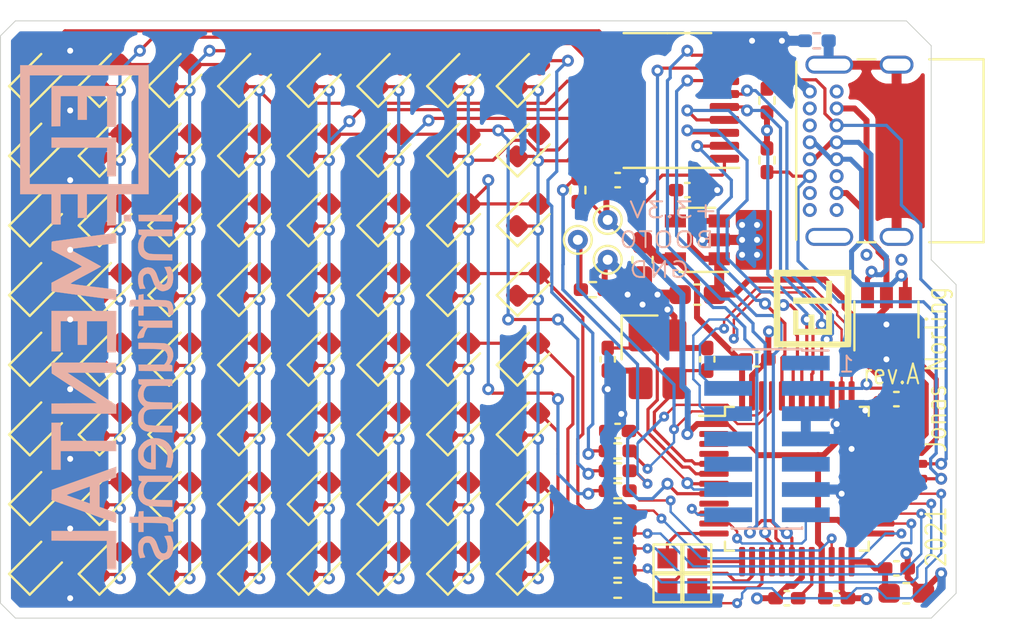
<source format=kicad_pcb>
(kicad_pcb (version 20171130) (host pcbnew 5.1.8+dfsg1-1+b1)
  (title_block (title "USB LED Matrix") (company "Jonas Norling"))
  (layers (0 F.Cu signal) (1 In1.Cu power) (2 In2.Cu power) (31 B.Cu signal) (34 B.Paste user) (35 F.Paste user) (36 B.SilkS user) (37 F.SilkS user) (38 B.Mask user) (39 F.Mask user) (44 Edge.Cuts user))
  (net 0 "")
  (net 1 "Net-(D1-Pad2)")
  (net 2 "Net-(D1-Pad1)")
  (net 3 "Net-(D10-Pad2)")
  (net 4 "Net-(D11-Pad2)")
  (net 5 "Net-(D12-Pad2)")
  (net 6 "Net-(D13-Pad2)")
  (net 7 "Net-(D14-Pad2)")
  (net 8 "Net-(D15-Pad2)")
  (net 9 "Net-(D16-Pad2)")
  (net 10 "Net-(D10-Pad1)")
  (net 11 "Net-(D17-Pad1)")
  (net 12 "Net-(D25-Pad1)")
  (net 13 "Net-(D33-Pad1)")
  (net 14 "Net-(D41-Pad1)")
  (net 15 "Net-(D49-Pad1)")
  (net 16 "Net-(D57-Pad1)")
  (net 17 /ROW1)
  (net 18 /ROW2)
  (net 19 /ROW3)
  (net 20 /ROW4)
  (net 21 /ROW5)
  (net 22 /ROW6)
  (net 23 /ROW7)
  (net 24 /ROW8)
  (net 25 /COL8)
  (net 26 /COL7)
  (net 27 /COL6)
  (net 28 /COL5)
  (net 29 /COL4)
  (net 30 /SWCLK)
  (net 31 /SWDIO)
  (net 32 /COL3)
  (net 33 /COL2)
  (net 34 /COL1)
  (net 35 /NRST)
  (net 36 GND)
  (net 37 /VDD)
  (net 38 /TX)
  (net 39 /RX)
  (net 40 /VBUS)
  (net 41 "Net-(C10-Pad2)")
  (net 42 "Net-(C11-Pad1)")
  (net 43 "Net-(J1-PadB5)")
  (net 44 "Net-(J1-PadA5)")
  (net 45 /USB_CC1)
  (net 46 /USB_CC2)
  (net 47 "Net-(C13-Pad1)")
  (net 48 /VREF+)
  (net 49 /SHIELD)
  (net 50 /BUFFER_EN)
  (net 51 /USBCON_D+)
  (net 52 /USBCON_D-)
  (net 53 /USB_D-)
  (net 54 /USB_D+)
  (net 55 "Net-(TP4-Pad1)")
  (net 56 "Net-(TP5-Pad1)")
  (net 57 "Net-(TP6-Pad1)")
  (net 58 "Net-(TP7-Pad1)")
  (module elemental:elemental-25.4mm (layer B.Cu) (at 145 94.75 270)
    (fp_text reference G*** hide)
    (fp_text value LOGO hide)
  )
  (module elemental:elemental-4mm (layer F.Cu) (at 180.75 94.5 90)
    (fp_text reference G*** hide)
    (fp_text value LOGO hide)
  )
  (module jonas_Crystal:Crystal_SMD_3225-4Pin_3.2x2.5mm (layer F.Cu) (at 173 97 270)
    (fp_text reference Y1 hide)
    (fp_text value ABM8-24.000MHZ-B2-T)
    (pad 1 smd roundrect (at -1.1 0.85 270) (size 1.6 1.2) (drill (offset -0.1 0)) (layers F.Cu F.Paste F.Mask) (roundrect_rratio 0.167) (net 42 "Net-(C11-Pad1)"))
    (pad 2 smd roundrect (at 1.1 0.85 270) (size 1.6 1.2) (drill (offset 0.1 0)) (layers F.Cu F.Paste F.Mask) (roundrect_rratio 0.167) (net 36 GND))
    (pad 3 smd roundrect (at 1.1 -0.85 270) (size 1.6 1.2) (drill (offset 0.1 0)) (layers F.Cu F.Paste F.Mask) (roundrect_rratio 0.167) (net 41 "Net-(C10-Pad2)"))
    (pad 4 smd roundrect (at -1.1 -0.85 270) (size 1.6 1.2) (drill (offset -0.1 0)) (layers F.Cu F.Paste F.Mask) (roundrect_rratio 0.167) (net 36 GND))
  )
  (module TestPoint:TestPoint_Pad_1.0x1.0mm (layer F.Cu) (at 175 108.5)
    (fp_text reference TP7 hide)
    (fp_text value TestPoint)
    (pad 1 smd rect (at 0 0) (size 1 1) (layers F.Cu F.Mask) (net 58 "Net-(TP7-Pad1)"))
  )
  (module TestPoint:TestPoint_Pad_1.0x1.0mm (layer F.Cu) (at 175 107)
    (fp_text reference TP6 hide)
    (fp_text value TestPoint)
    (pad 1 smd rect (at 0 0) (size 1 1) (layers F.Cu F.Mask) (net 57 "Net-(TP6-Pad1)"))
  )
  (module TestPoint:TestPoint_Pad_1.0x1.0mm (layer F.Cu) (at 173.5 108.5)
    (fp_text reference TP5 hide)
    (fp_text value TestPoint)
    (pad 1 smd rect (at 0 0) (size 1 1) (layers F.Cu F.Mask) (net 56 "Net-(TP5-Pad1)"))
  )
  (module TestPoint:TestPoint_Pad_1.0x1.0mm (layer F.Cu) (at 173.5 107)
    (fp_text reference TP4 hide)
    (fp_text value TestPoint)
    (pad 1 smd rect (at 0 0) (size 1 1) (layers F.Cu F.Mask) (net 55 "Net-(TP4-Pad1)"))
  )
  (module Resistor_SMD:R_0402_1005Metric_Pad0.72x0.64mm_HandSolder (layer F.Cu) (at 169 88.5 270)
    (fp_text reference R13 hide)
    (fp_text value R)
    (pad 2 smd roundrect (at 0.5975 0 270) (size 0.715 0.64) (layers F.Cu F.Paste F.Mask) (net 37 /VDD))
    (pad 1 smd roundrect (at -0.5975 0 270) (size 0.715 0.64) (layers F.Cu F.Paste F.Mask) (net 50 /BUFFER_EN))
  )
  (module Package_QFP:LQFP-48_7x7mm_P0.5mm (layer F.Cu) (at 180 103)
    (fp_text reference U2 hide)
    (fp_text value STM32G473CET6)
    (pad 48 smd roundrect (at -2.75 -4.1625) (size 0.3 1.475) (layers F.Cu F.Paste F.Mask) (net 37 /VDD))
    (pad 47 smd roundrect (at -2.25 -4.1625) (size 0.3 1.475) (layers F.Cu F.Paste F.Mask) (net 36 GND))
    (pad 46 smd roundrect (at -1.75 -4.1625) (size 0.3 1.475) (layers F.Cu F.Paste F.Mask) (net 18 /ROW2))
    (pad 45 smd roundrect (at -1.25 -4.1625) (size 0.3 1.475) (layers F.Cu F.Paste F.Mask) (net 17 /ROW1))
    (pad 44 smd roundrect (at -0.75 -4.1625) (size 0.3 1.475) (layers F.Cu F.Paste F.Mask) (net 25 /COL8))
    (pad 43 smd roundrect (at -0.25 -4.1625) (size 0.3 1.475) (layers F.Cu F.Paste F.Mask) (net 26 /COL7))
    (pad 42 smd roundrect (at 0.25 -4.1625) (size 0.3 1.475) (layers F.Cu F.Paste F.Mask) (net 27 /COL6))
    (pad 41 smd roundrect (at 0.75 -4.1625) (size 0.3 1.475) (layers F.Cu F.Paste F.Mask) (net 28 /COL5))
    (pad 40 smd roundrect (at 1.25 -4.1625) (size 0.3 1.475) (layers F.Cu F.Paste F.Mask) (net 29 /COL4))
    (pad 39 smd roundrect (at 1.75 -4.1625) (size 0.3 1.475) (layers F.Cu F.Paste F.Mask))
    (pad 38 smd roundrect (at 2.25 -4.1625) (size 0.3 1.475) (layers F.Cu F.Paste F.Mask) (net 30 /SWCLK))
    (pad 37 smd roundrect (at 2.75 -4.1625) (size 0.3 1.475) (layers F.Cu F.Paste F.Mask) (net 31 /SWDIO))
    (pad 36 smd roundrect (at 4.1625 -2.75) (size 1.475 0.3) (layers F.Cu F.Paste F.Mask) (net 37 /VDD))
    (pad 35 smd roundrect (at 4.1625 -2.25) (size 1.475 0.3) (layers F.Cu F.Paste F.Mask) (net 36 GND))
    (pad 34 smd roundrect (at 4.1625 -1.75) (size 1.475 0.3) (layers F.Cu F.Paste F.Mask) (net 54 /USB_D+))
    (pad 33 smd roundrect (at 4.1625 -1.25) (size 1.475 0.3) (layers F.Cu F.Paste F.Mask) (net 53 /USB_D-))
    (pad 32 smd roundrect (at 4.1625 -0.75) (size 1.475 0.3) (layers F.Cu F.Paste F.Mask) (net 46 /USB_CC2))
    (pad 31 smd roundrect (at 4.1625 -0.25) (size 1.475 0.3) (layers F.Cu F.Paste F.Mask) (net 45 /USB_CC1))
    (pad 30 smd roundrect (at 4.1625 0.25) (size 1.475 0.3) (layers F.Cu F.Paste F.Mask))
    (pad 29 smd roundrect (at 4.1625 0.75) (size 1.475 0.3) (layers F.Cu F.Paste F.Mask) (net 24 /ROW8))
    (pad 28 smd roundrect (at 4.1625 1.25) (size 1.475 0.3) (layers F.Cu F.Paste F.Mask) (net 23 /ROW7))
    (pad 27 smd roundrect (at 4.1625 1.75) (size 1.475 0.3) (layers F.Cu F.Paste F.Mask) (net 22 /ROW6))
    (pad 26 smd roundrect (at 4.1625 2.25) (size 1.475 0.3) (layers F.Cu F.Paste F.Mask) (net 21 /ROW5))
    (pad 25 smd roundrect (at 4.1625 2.75) (size 1.475 0.3) (layers F.Cu F.Paste F.Mask) (net 20 /ROW4))
    (pad 24 smd roundrect (at 2.75 4.1625) (size 0.3 1.475) (layers F.Cu F.Paste F.Mask) (net 37 /VDD))
    (pad 23 smd roundrect (at 2.25 4.1625) (size 0.3 1.475) (layers F.Cu F.Paste F.Mask) (net 36 GND))
    (pad 22 smd roundrect (at 1.75 4.1625) (size 0.3 1.475) (layers F.Cu F.Paste F.Mask) (net 19 /ROW3))
    (pad 21 smd roundrect (at 1.25 4.1625) (size 0.3 1.475) (layers F.Cu F.Paste F.Mask) (net 37 /VDD))
    (pad 20 smd roundrect (at 0.75 4.1625) (size 0.3 1.475) (layers F.Cu F.Paste F.Mask) (net 48 /VREF+))
    (pad 19 smd roundrect (at 0.25 4.1625) (size 0.3 1.475) (layers F.Cu F.Paste F.Mask) (net 36 GND))
    (pad 18 smd roundrect (at -0.25 4.1625) (size 0.3 1.475) (layers F.Cu F.Paste F.Mask) (net 32 /COL3))
    (pad 17 smd roundrect (at -0.75 4.1625) (size 0.3 1.475) (layers F.Cu F.Paste F.Mask) (net 33 /COL2))
    (pad 16 smd roundrect (at -1.25 4.1625) (size 0.3 1.475) (layers F.Cu F.Paste F.Mask) (net 34 /COL1))
    (pad 15 smd roundrect (at -1.75 4.1625) (size 0.3 1.475) (layers F.Cu F.Paste F.Mask) (net 58 "Net-(TP7-Pad1)"))
    (pad 14 smd roundrect (at -2.25 4.1625) (size 0.3 1.475) (layers F.Cu F.Paste F.Mask) (net 56 "Net-(TP5-Pad1)"))
    (pad 13 smd roundrect (at -2.75 4.1625) (size 0.3 1.475) (layers F.Cu F.Paste F.Mask) (net 57 "Net-(TP6-Pad1)"))
    (pad 12 smd roundrect (at -4.1625 2.75) (size 1.475 0.3) (layers F.Cu F.Paste F.Mask) (net 55 "Net-(TP4-Pad1)"))
    (pad 11 smd roundrect (at -4.1625 2.25) (size 1.475 0.3) (layers F.Cu F.Paste F.Mask) (net 39 /RX))
    (pad 10 smd roundrect (at -4.1625 1.75) (size 1.475 0.3) (layers F.Cu F.Paste F.Mask) (net 38 /TX))
    (pad 9 smd roundrect (at -4.1625 1.25) (size 1.475 0.3) (layers F.Cu F.Paste F.Mask))
    (pad 8 smd roundrect (at -4.1625 0.75) (size 1.475 0.3) (layers F.Cu F.Paste F.Mask) (net 50 /BUFFER_EN))
    (pad 7 smd roundrect (at -4.1625 0.25) (size 1.475 0.3) (layers F.Cu F.Paste F.Mask) (net 35 /NRST))
    (pad 6 smd roundrect (at -4.1625 -0.25) (size 1.475 0.3) (layers F.Cu F.Paste F.Mask) (net 42 "Net-(C11-Pad1)"))
    (pad 5 smd roundrect (at -4.1625 -0.75) (size 1.475 0.3) (layers F.Cu F.Paste F.Mask) (net 41 "Net-(C10-Pad2)"))
    (pad 4 smd roundrect (at -4.1625 -1.25) (size 1.475 0.3) (layers F.Cu F.Paste F.Mask))
    (pad 3 smd roundrect (at -4.1625 -1.75) (size 1.475 0.3) (layers F.Cu F.Paste F.Mask))
    (pad 2 smd roundrect (at -4.1625 -2.25) (size 1.475 0.3) (layers F.Cu F.Paste F.Mask))
    (pad 1 smd roundrect (at -4.1625 -2.75) (size 1.475 0.3) (layers F.Cu F.Paste F.Mask) (net 37 /VDD))
  )
  (module Resistor_SMD:R_0201_0603Metric (layer F.Cu) (at 186 102.25 180)
    (fp_text reference NT3 hide)
    (fp_text value Net-Tie_2)
    (pad 2 smd roundrect (at 0.32 0 180) (size 0.46 0.4) (layers F.Cu F.Mask) (net 46 /USB_CC2))
    (pad 1 smd roundrect (at -0.32 0 180) (size 0.46 0.4) (layers F.Cu F.Mask) (net 43 "Net-(J1-PadB5)"))
  )
  (module Resistor_SMD:R_0201_0603Metric (layer F.Cu) (at 186 103 180)
    (fp_text reference NT2 hide)
    (fp_text value Net-Tie_2)
    (pad 2 smd roundrect (at 0.32 0 180) (size 0.46 0.4) (layers F.Cu F.Mask) (net 45 /USB_CC1))
    (pad 1 smd roundrect (at -0.32 0 180) (size 0.46 0.4) (layers F.Cu F.Mask) (net 44 "Net-(J1-PadA5)"))
  )
  (module Package_TO_SOT_SMD:SOT-23-6 (layer F.Cu) (at 184.5 95 90)
    (fp_text reference U4 hide)
    (fp_text value USBLC6-2SC6)
    (pad 5 smd rect (at 1.1 0 90) (size 1.06 0.65) (layers F.Cu F.Paste F.Mask) (net 40 /VBUS))
    (pad 6 smd rect (at 1.1 -0.95 90) (size 1.06 0.65) (layers F.Cu F.Paste F.Mask) (net 51 /USBCON_D+))
    (pad 4 smd rect (at 1.1 0.95 90) (size 1.06 0.65) (layers F.Cu F.Paste F.Mask) (net 52 /USBCON_D-))
    (pad 3 smd rect (at -1.1 0.95 90) (size 1.06 0.65) (layers F.Cu F.Paste F.Mask) (net 53 /USB_D-))
    (pad 2 smd rect (at -1.1 0 90) (size 1.06 0.65) (layers F.Cu F.Paste F.Mask) (net 36 GND))
    (pad 1 smd rect (at -1.1 -0.95 90) (size 1.06 0.65) (layers F.Cu F.Paste F.Mask) (net 54 /USB_D+))
  )
  (module Capacitor_SMD:C_0402_1005Metric_Pad0.74x0.62mm_HandSolder (layer F.Cu) (at 174.5 88.5)
    (fp_text reference C13 hide)
    (fp_text value DNP)
    (pad 2 smd roundrect (at 0.5675 0) (size 0.735 0.62) (layers F.Cu F.Paste F.Mask) (net 36 GND))
    (pad 1 smd roundrect (at -0.5675 0) (size 0.735 0.62) (layers F.Cu F.Paste F.Mask) (net 47 "Net-(C13-Pad1)"))
  )
  (module Package_TO_SOT_SMD:SOT-23-5 (layer F.Cu) (at 175 91 180)
    (fp_text reference U1 hide)
    (fp_text value AP2210K-3.3)
    (pad 5 smd rect (at 1.1 -0.95 180) (size 1.06 0.65) (layers F.Cu F.Paste F.Mask) (net 37 /VDD))
    (pad 4 smd rect (at 1.1 0.95 180) (size 1.06 0.65) (layers F.Cu F.Paste F.Mask) (net 47 "Net-(C13-Pad1)"))
    (pad 3 smd rect (at -1.1 0.95 180) (size 1.06 0.65) (layers F.Cu F.Paste F.Mask) (net 40 /VBUS))
    (pad 2 smd rect (at -1.1 0 180) (size 1.06 0.65) (layers F.Cu F.Paste F.Mask) (net 36 GND))
    (pad 1 smd rect (at -1.1 -0.95 180) (size 1.06 0.65) (layers F.Cu F.Paste F.Mask) (net 40 /VBUS))
  )
  (module Resistor_SMD:R_0402_1005Metric_Pad0.72x0.64mm_HandSolder (layer B.Cu) (at 181 81)
    (fp_text reference R12 hide)
    (fp_text value DNP)
    (pad 2 smd roundrect (at 0.5975 0) (size 0.715 0.64) (layers B.Cu B.Paste B.Mask) (net 49 /SHIELD))
    (pad 1 smd roundrect (at -0.5975 0) (size 0.715 0.64) (layers B.Cu B.Paste B.Mask) (net 36 GND))
  )
  (module Resistor_SMD:R_0402_1005Metric_Pad0.72x0.64mm_HandSolder (layer F.Cu) (at 178.5 87 270)
    (fp_text reference R11 hide)
    (fp_text value 5k1)
    (pad 2 smd roundrect (at 0.5975 0 270) (size 0.715 0.64) (layers F.Cu F.Paste F.Mask) (net 44 "Net-(J1-PadA5)"))
    (pad 1 smd roundrect (at -0.5975 0 270) (size 0.715 0.64) (layers F.Cu F.Paste F.Mask) (net 36 GND))
  )
  (module Resistor_SMD:R_0402_1005Metric_Pad0.72x0.64mm_HandSolder (layer F.Cu) (at 178.5 84 270)
    (fp_text reference R10 hide)
    (fp_text value 5k1)
    (pad 2 smd roundrect (at 0.5975 0 270) (size 0.715 0.64) (layers F.Cu F.Paste F.Mask) (net 36 GND))
    (pad 1 smd roundrect (at -0.5975 0 270) (size 0.715 0.64) (layers F.Cu F.Paste F.Mask) (net 43 "Net-(J1-PadB5)"))
  )
  (module Connector_USB:USB_C_Receptacle_GCT_USB4085 (layer F.Cu) (at 180.65 89.5 90)
    (fp_text reference J1 hide)
    (fp_text value USB4085-GF-A)
    (pad S1 thru_hole oval (at 7.3 4.36 90) (size 0.9 1.7) (drill oval 0.6 1.4) (layers *.Cu *.Mask) (net 49 /SHIELD))
    (pad S1 thru_hole oval (at -1.35 4.36 90) (size 0.9 1.7) (drill oval 0.6 1.4) (layers *.Cu *.Mask) (net 49 /SHIELD))
    (pad S1 thru_hole oval (at 7.3 0.98 90) (size 0.9 2.4) (drill oval 0.6 2.1) (layers *.Cu *.Mask) (net 49 /SHIELD))
    (pad S1 thru_hole oval (at -1.35 0.98 90) (size 0.9 2.4) (drill oval 0.6 2.1) (layers *.Cu *.Mask) (net 49 /SHIELD))
    (pad B6 thru_hole circle (at 3.4 1.35 90) (size 0.7 0.7) (drill 0.4) (layers *.Cu *.Mask) (net 51 /USBCON_D+))
    (pad B1 thru_hole circle (at 5.95 1.35 90) (size 0.7 0.7) (drill 0.4) (layers *.Cu *.Mask) (net 36 GND))
    (pad B4 thru_hole circle (at 5.1 1.35 90) (size 0.7 0.7) (drill 0.4) (layers *.Cu *.Mask) (net 40 /VBUS))
    (pad B5 thru_hole circle (at 4.25 1.35 90) (size 0.7 0.7) (drill 0.4) (layers *.Cu *.Mask) (net 43 "Net-(J1-PadB5)"))
    (pad B12 thru_hole circle (at 0 1.35 90) (size 0.7 0.7) (drill 0.4) (layers *.Cu *.Mask) (net 36 GND))
    (pad B8 thru_hole circle (at 1.7 1.35 90) (size 0.7 0.7) (drill 0.4) (layers *.Cu *.Mask))
    (pad B7 thru_hole circle (at 2.55 1.35 90) (size 0.7 0.7) (drill 0.4) (layers *.Cu *.Mask) (net 52 /USBCON_D-))
    (pad B9 thru_hole circle (at 0.85 1.35 90) (size 0.7 0.7) (drill 0.4) (layers *.Cu *.Mask) (net 40 /VBUS))
    (pad A12 thru_hole circle (at 5.95 0 90) (size 0.7 0.7) (drill 0.4) (layers *.Cu *.Mask) (net 36 GND))
    (pad A9 thru_hole circle (at 5.1 0 90) (size 0.7 0.7) (drill 0.4) (layers *.Cu *.Mask) (net 40 /VBUS))
    (pad A8 thru_hole circle (at 4.25 0 90) (size 0.7 0.7) (drill 0.4) (layers *.Cu *.Mask))
    (pad A7 thru_hole circle (at 3.4 0 90) (size 0.7 0.7) (drill 0.4) (layers *.Cu *.Mask) (net 52 /USBCON_D-))
    (pad A6 thru_hole circle (at 2.55 0 90) (size 0.7 0.7) (drill 0.4) (layers *.Cu *.Mask) (net 51 /USBCON_D+))
    (pad A5 thru_hole circle (at 1.7 0 90) (size 0.7 0.7) (drill 0.4) (layers *.Cu *.Mask) (net 44 "Net-(J1-PadA5)"))
    (pad A4 thru_hole circle (at 0.85 0 90) (size 0.7 0.7) (drill 0.4) (layers *.Cu *.Mask) (net 40 /VBUS))
    (pad A1 thru_hole circle (at 0 0 90) (size 0.7 0.7) (drill 0.4) (layers *.Cu *.Mask) (net 36 GND))
  )
  (module Capacitor_SMD:C_0402_1005Metric_Pad0.74x0.62mm_HandSolder (layer F.Cu) (at 171 100.6 180)
    (fp_text reference C12 hide)
    (fp_text value 100n)
    (pad 2 smd roundrect (at 0.5675 0 180) (size 0.735 0.62) (layers F.Cu F.Paste F.Mask) (net 36 GND))
    (pad 1 smd roundrect (at -0.5675 0 180) (size 0.735 0.62) (layers F.Cu F.Paste F.Mask) (net 35 /NRST))
  )
  (module Capacitor_SMD:C_0402_1005Metric_Pad0.74x0.62mm_HandSolder (layer F.Cu) (at 170.5 97 270)
    (fp_text reference C11 hide)
    (fp_text value p)
    (pad 2 smd roundrect (at 0.5675 0 270) (size 0.735 0.62) (layers F.Cu F.Paste F.Mask) (net 36 GND))
    (pad 1 smd roundrect (at -0.5675 0 270) (size 0.735 0.62) (layers F.Cu F.Paste F.Mask) (net 42 "Net-(C11-Pad1)"))
  )
  (module Capacitor_SMD:C_0402_1005Metric_Pad0.74x0.62mm_HandSolder (layer F.Cu) (at 175.5 97 270)
    (fp_text reference C10 hide)
    (fp_text value p)
    (pad 2 smd roundrect (at 0.5675 0 270) (size 0.735 0.62) (layers F.Cu F.Paste F.Mask) (net 41 "Net-(C10-Pad2)"))
    (pad 1 smd roundrect (at -0.5675 0 270) (size 0.735 0.62) (layers F.Cu F.Paste F.Mask) (net 36 GND))
  )
  (module TestPoint:TestPoint_THTPad_D1.0mm_Drill0.5mm (layer F.Cu) (at 170.5 92)
    (fp_text reference TP3 hide)
    (fp_text value TestPoint)
    (pad 1 thru_hole circle (at 0 0) (size 1 1) (drill 0.5) (layers *.Cu *.Mask) (net 36 GND))
  )
  (module TestPoint:TestPoint_THTPad_D1.0mm_Drill0.5mm (layer F.Cu) (at 169 91)
    (fp_text reference TP2 hide)
    (fp_text value TestPoint)
    (pad 1 thru_hole circle (at 0 0) (size 1 1) (drill 0.5) (layers *.Cu *.Mask) (net 17 /ROW1))
  )
  (module TestPoint:TestPoint_THTPad_D1.0mm_Drill0.5mm (layer F.Cu) (at 170.5 90)
    (fp_text reference TP1 hide)
    (fp_text value TestPoint)
    (pad 1 thru_hole circle (at 0 0) (size 1 1) (drill 0.5) (layers *.Cu *.Mask) (net 37 /VDD))
  )
  (module Connector_PinHeader_1.27mm:PinHeader_2x07_P1.27mm_Vertical_SMD (layer B.Cu) (at 178.5 101 180)
    (fp_text reference J2 hide)
    (fp_text value Conn_ST_STDC14)
    (pad 14 smd rect (at 1.95 -3.81 180) (size 2.4 0.74) (layers B.Cu B.Paste B.Mask) (net 38 /TX))
    (pad 13 smd rect (at -1.95 -3.81 180) (size 2.4 0.74) (layers B.Cu B.Paste B.Mask) (net 39 /RX))
    (pad 12 smd rect (at 1.95 -2.54 180) (size 2.4 0.74) (layers B.Cu B.Paste B.Mask) (net 35 /NRST))
    (pad 11 smd rect (at -1.95 -2.54 180) (size 2.4 0.74) (layers B.Cu B.Paste B.Mask) (net 36 GND))
    (pad 10 smd rect (at 1.95 -1.27 180) (size 2.4 0.74) (layers B.Cu B.Paste B.Mask))
    (pad 9 smd rect (at -1.95 -1.27 180) (size 2.4 0.74) (layers B.Cu B.Paste B.Mask))
    (pad 8 smd rect (at 1.95 0 180) (size 2.4 0.74) (layers B.Cu B.Paste B.Mask))
    (pad 7 smd rect (at -1.95 0 180) (size 2.4 0.74) (layers B.Cu B.Paste B.Mask) (net 36 GND))
    (pad 6 smd rect (at 1.95 1.27 180) (size 2.4 0.74) (layers B.Cu B.Paste B.Mask) (net 30 /SWCLK))
    (pad 5 smd rect (at -1.95 1.27 180) (size 2.4 0.74) (layers B.Cu B.Paste B.Mask) (net 36 GND))
    (pad 4 smd rect (at 1.95 2.54 180) (size 2.4 0.74) (layers B.Cu B.Paste B.Mask) (net 31 /SWDIO))
    (pad 3 smd rect (at -1.95 2.54 180) (size 2.4 0.74) (layers B.Cu B.Paste B.Mask) (net 37 /VDD))
    (pad 2 smd rect (at 1.95 3.81 180) (size 2.4 0.74) (layers B.Cu B.Paste B.Mask))
    (pad 1 smd rect (at -1.95 3.81 180) (size 2.4 0.74) (layers B.Cu B.Paste B.Mask))
  )
  (module Capacitor_SMD:C_0402_1005Metric_Pad0.74x0.62mm_HandSolder (layer F.Cu) (at 179.5 109 180)
    (fp_text reference C9 hide)
    (fp_text value DNP)
    (pad 2 smd roundrect (at 0.5675 0 180) (size 0.735 0.62) (layers F.Cu F.Paste F.Mask) (net 36 GND))
    (pad 1 smd roundrect (at -0.5675 0 180) (size 0.735 0.62) (layers F.Cu F.Paste F.Mask) (net 48 /VREF+))
  )
  (module Capacitor_SMD:C_0603_1608Metric_Pad1.08x0.95mm_HandSolder (layer F.Cu) (at 185.5 108.75)
    (fp_text reference C8 hide)
    (fp_text value 4.7u)
    (pad 2 smd roundrect (at 0.8625 0) (size 1.075 0.95) (layers F.Cu F.Paste F.Mask) (net 36 GND))
    (pad 1 smd roundrect (at -0.8625 0) (size 1.075 0.95) (layers F.Cu F.Paste F.Mask) (net 37 /VDD))
  )
  (module LED_SMD:LED_0603_1608Metric (layer F.Cu) (at 166.5 107.25 45)
    (fp_text reference D64 hide)
    (fp_text value LED_Small_ALT hide)
    (pad 2 smd roundrect (at 0.7875 0 45) (size 0.875 0.95) (layers F.Cu F.Paste F.Mask) (net 9 "Net-(D16-Pad2)"))
    (pad 1 smd roundrect (at -0.7875 0 45) (size 0.875 0.95) (layers F.Cu F.Paste F.Mask) (net 16 "Net-(D57-Pad1)"))
  )
  (module Resistor_SMD:R_0402_1005Metric_Pad0.72x0.64mm_HandSolder (layer F.Cu) (at 169.75 93.5 180)
    (fp_text reference R9 hide)
    (fp_text value R)
    (pad 2 smd roundrect (at 0.5975 0 180) (size 0.715 0.64) (layers F.Cu F.Paste F.Mask) (net 17 /ROW1))
    (pad 1 smd roundrect (at -0.5975 0 180) (size 0.715 0.64) (layers F.Cu F.Paste F.Mask) (net 36 GND))
  )
  (module Capacitor_SMD:C_0402_1005Metric_Pad0.74x0.62mm_HandSolder (layer F.Cu) (at 171 88)
    (fp_text reference C7 hide)
    (fp_text value 100n)
    (pad 2 smd roundrect (at 0.5675 0) (size 0.735 0.62) (layers F.Cu F.Paste F.Mask) (net 36 GND))
    (pad 1 smd roundrect (at -0.5675 0) (size 0.735 0.62) (layers F.Cu F.Paste F.Mask) (net 37 /VDD))
  )
  (module Capacitor_SMD:C_0603_1608Metric_Pad1.08x0.95mm_HandSolder (layer F.Cu) (at 172.25 92 270)
    (fp_text reference C6 hide)
    (fp_text value 10u)
    (pad 2 smd roundrect (at 0.8625 0 270) (size 1.075 0.95) (layers F.Cu F.Paste F.Mask) (net 36 GND))
    (pad 1 smd roundrect (at -0.8625 0 270) (size 1.075 0.95) (layers F.Cu F.Paste F.Mask) (net 37 /VDD))
  )
  (module Capacitor_SMD:C_0603_1608Metric_Pad1.08x0.95mm_HandSolder (layer F.Cu) (at 175 93.75 180)
    (fp_text reference C5 hide)
    (fp_text value 1u)
    (pad 2 smd roundrect (at 0.8625 0 180) (size 1.075 0.95) (layers F.Cu F.Paste F.Mask) (net 36 GND))
    (pad 1 smd roundrect (at -0.8625 0 180) (size 1.075 0.95) (layers F.Cu F.Paste F.Mask) (net 40 /VBUS))
  )
  (module Capacitor_SMD:C_0402_1005Metric_Pad0.74x0.62mm_HandSolder (layer F.Cu) (at 182 109)
    (fp_text reference C4 hide)
    (fp_text value 100n)
    (pad 2 smd roundrect (at 0.5675 0) (size 0.735 0.62) (layers F.Cu F.Paste F.Mask) (net 36 GND))
    (pad 1 smd roundrect (at -0.5675 0) (size 0.735 0.62) (layers F.Cu F.Paste F.Mask) (net 37 /VDD))
  )
  (module Capacitor_SMD:C_0402_1005Metric_Pad0.74x0.62mm_HandSolder (layer F.Cu) (at 185 99 180)
    (fp_text reference C3 hide)
    (fp_text value 100n)
    (pad 2 smd roundrect (at 0.5675 0 180) (size 0.735 0.62) (layers F.Cu F.Paste F.Mask) (net 36 GND))
    (pad 1 smd roundrect (at -0.5675 0 180) (size 0.735 0.62) (layers F.Cu F.Paste F.Mask) (net 37 /VDD))
  )
  (module Capacitor_SMD:C_0402_1005Metric_Pad0.74x0.62mm_HandSolder (layer F.Cu) (at 178 97)
    (fp_text reference C2 hide)
    (fp_text value 100n)
    (pad 2 smd roundrect (at 0.5675 0) (size 0.735 0.62) (layers F.Cu F.Paste F.Mask) (net 36 GND))
    (pad 1 smd roundrect (at -0.5675 0) (size 0.735 0.62) (layers F.Cu F.Paste F.Mask) (net 37 /VDD))
  )
  (module Capacitor_SMD:C_0402_1005Metric_Pad0.74x0.62mm_HandSolder (layer F.Cu) (at 185 107.5)
    (fp_text reference C1 hide)
    (fp_text value 100n)
    (pad 2 smd roundrect (at 0.5675 0) (size 0.735 0.62) (layers F.Cu F.Paste F.Mask) (net 36 GND))
    (pad 1 smd roundrect (at -0.5675 0) (size 0.735 0.62) (layers F.Cu F.Paste F.Mask) (net 37 /VDD))
  )
  (module Package_SO:TSSOP-20_4.4x6.5mm_P0.65mm (layer F.Cu) (at 173.5 84 180)
    (fp_text reference U3 hide)
    (fp_text value 74LVT245)
    (pad 20 smd roundrect (at 2.8625 -2.925 180) (size 1.475 0.4) (layers F.Cu F.Paste F.Mask) (net 37 /VDD))
    (pad 19 smd roundrect (at 2.8625 -2.275 180) (size 1.475 0.4) (layers F.Cu F.Paste F.Mask) (net 50 /BUFFER_EN))
    (pad 18 smd roundrect (at 2.8625 -1.625 180) (size 1.475 0.4) (layers F.Cu F.Paste F.Mask) (net 16 "Net-(D57-Pad1)"))
    (pad 17 smd roundrect (at 2.8625 -0.975 180) (size 1.475 0.4) (layers F.Cu F.Paste F.Mask) (net 15 "Net-(D49-Pad1)"))
    (pad 16 smd roundrect (at 2.8625 -0.325 180) (size 1.475 0.4) (layers F.Cu F.Paste F.Mask) (net 14 "Net-(D41-Pad1)"))
    (pad 15 smd roundrect (at 2.8625 0.325 180) (size 1.475 0.4) (layers F.Cu F.Paste F.Mask) (net 13 "Net-(D33-Pad1)"))
    (pad 14 smd roundrect (at 2.8625 0.975 180) (size 1.475 0.4) (layers F.Cu F.Paste F.Mask) (net 12 "Net-(D25-Pad1)"))
    (pad 13 smd roundrect (at 2.8625 1.625 180) (size 1.475 0.4) (layers F.Cu F.Paste F.Mask) (net 11 "Net-(D17-Pad1)"))
    (pad 12 smd roundrect (at 2.8625 2.275 180) (size 1.475 0.4) (layers F.Cu F.Paste F.Mask) (net 10 "Net-(D10-Pad1)"))
    (pad 11 smd roundrect (at 2.8625 2.925 180) (size 1.475 0.4) (layers F.Cu F.Paste F.Mask) (net 2 "Net-(D1-Pad1)"))
    (pad 10 smd roundrect (at -2.8625 2.925 180) (size 1.475 0.4) (layers F.Cu F.Paste F.Mask) (net 36 GND))
    (pad 9 smd roundrect (at -2.8625 2.275 180) (size 1.475 0.4) (layers F.Cu F.Paste F.Mask) (net 34 /COL1))
    (pad 8 smd roundrect (at -2.8625 1.625 180) (size 1.475 0.4) (layers F.Cu F.Paste F.Mask) (net 33 /COL2))
    (pad 7 smd roundrect (at -2.8625 0.975 180) (size 1.475 0.4) (layers F.Cu F.Paste F.Mask) (net 32 /COL3))
    (pad 6 smd roundrect (at -2.8625 0.325 180) (size 1.475 0.4) (layers F.Cu F.Paste F.Mask) (net 29 /COL4))
    (pad 5 smd roundrect (at -2.8625 -0.325 180) (size 1.475 0.4) (layers F.Cu F.Paste F.Mask) (net 28 /COL5))
    (pad 4 smd roundrect (at -2.8625 -0.975 180) (size 1.475 0.4) (layers F.Cu F.Paste F.Mask) (net 27 /COL6))
    (pad 3 smd roundrect (at -2.8625 -1.625 180) (size 1.475 0.4) (layers F.Cu F.Paste F.Mask) (net 26 /COL7))
    (pad 2 smd roundrect (at -2.8625 -2.275 180) (size 1.475 0.4) (layers F.Cu F.Paste F.Mask) (net 25 /COL8))
    (pad 1 smd roundrect (at -2.8625 -2.925 180) (size 1.475 0.4) (layers F.Cu F.Paste F.Mask) (net 37 /VDD))
  )
  (module LED_SMD:LED_0603_1608Metric (layer F.Cu) (at 142 100.25 45)
    (fp_text reference D6 hide)
    (fp_text value LED_Small_ALT hide)
    (pad 2 smd roundrect (at 0.7875 0 45) (size 0.875 0.95) (layers F.Cu F.Paste F.Mask) (net 7 "Net-(D14-Pad2)"))
    (pad 1 smd roundrect (at -0.7875 0 45) (size 0.875 0.95) (layers F.Cu F.Paste F.Mask) (net 2 "Net-(D1-Pad1)"))
  )
  (module LED_SMD:LED_0603_1608Metric (layer F.Cu) (at 142 103.75 45)
    (fp_text reference D7 hide)
    (fp_text value LED_Small_ALT hide)
    (pad 2 smd roundrect (at 0.7875 0 45) (size 0.875 0.95) (layers F.Cu F.Paste F.Mask) (net 8 "Net-(D15-Pad2)"))
    (pad 1 smd roundrect (at -0.7875 0 45) (size 0.875 0.95) (layers F.Cu F.Paste F.Mask) (net 2 "Net-(D1-Pad1)"))
  )
  (module LED_SMD:LED_0603_1608Metric (layer F.Cu) (at 142 96.75 45)
    (fp_text reference D5 hide)
    (fp_text value LED_Small_ALT hide)
    (pad 2 smd roundrect (at 0.7875 0 45) (size 0.875 0.95) (layers F.Cu F.Paste F.Mask) (net 6 "Net-(D13-Pad2)"))
    (pad 1 smd roundrect (at -0.7875 0 45) (size 0.875 0.95) (layers F.Cu F.Paste F.Mask) (net 2 "Net-(D1-Pad1)"))
  )
  (module LED_SMD:LED_0603_1608Metric (layer F.Cu) (at 142 93.25 45)
    (fp_text reference D4 hide)
    (fp_text value LED_Small_ALT hide)
    (pad 2 smd roundrect (at 0.7875 0 45) (size 0.875 0.95) (layers F.Cu F.Paste F.Mask) (net 5 "Net-(D12-Pad2)"))
    (pad 1 smd roundrect (at -0.7875 0 45) (size 0.875 0.95) (layers F.Cu F.Paste F.Mask) (net 2 "Net-(D1-Pad1)"))
  )
  (module LED_SMD:LED_0603_1608Metric (layer F.Cu) (at 142 89.75 45)
    (fp_text reference D3 hide)
    (fp_text value LED_Small_ALT hide)
    (pad 2 smd roundrect (at 0.7875 0 45) (size 0.875 0.95) (layers F.Cu F.Paste F.Mask) (net 4 "Net-(D11-Pad2)"))
    (pad 1 smd roundrect (at -0.7875 0 45) (size 0.875 0.95) (layers F.Cu F.Paste F.Mask) (net 2 "Net-(D1-Pad1)"))
  )
  (module LED_SMD:LED_0603_1608Metric (layer F.Cu) (at 145.5 96.75 45)
    (fp_text reference D13 hide)
    (fp_text value LED_Small_ALT hide)
    (pad 2 smd roundrect (at 0.7875 0 45) (size 0.875 0.95) (layers F.Cu F.Paste F.Mask) (net 6 "Net-(D13-Pad2)"))
    (pad 1 smd roundrect (at -0.7875 0 45) (size 0.875 0.95) (layers F.Cu F.Paste F.Mask) (net 10 "Net-(D10-Pad1)"))
  )
  (module LED_SMD:LED_0603_1608Metric (layer F.Cu) (at 145.5 89.75 45)
    (fp_text reference D11 hide)
    (fp_text value LED_Small_ALT hide)
    (pad 2 smd roundrect (at 0.7875 0 45) (size 0.875 0.95) (layers F.Cu F.Paste F.Mask) (net 4 "Net-(D11-Pad2)"))
    (pad 1 smd roundrect (at -0.7875 0 45) (size 0.875 0.95) (layers F.Cu F.Paste F.Mask) (net 10 "Net-(D10-Pad1)"))
  )
  (module LED_SMD:LED_0603_1608Metric (layer F.Cu) (at 145.5 93.25 45)
    (fp_text reference D12 hide)
    (fp_text value LED_Small_ALT hide)
    (pad 2 smd roundrect (at 0.7875 0 45) (size 0.875 0.95) (layers F.Cu F.Paste F.Mask) (net 5 "Net-(D12-Pad2)"))
    (pad 1 smd roundrect (at -0.7875 0 45) (size 0.875 0.95) (layers F.Cu F.Paste F.Mask) (net 10 "Net-(D10-Pad1)"))
  )
  (module LED_SMD:LED_0603_1608Metric (layer F.Cu) (at 145.5 103.75 45)
    (fp_text reference D15 hide)
    (fp_text value LED_Small_ALT hide)
    (pad 2 smd roundrect (at 0.7875 0 45) (size 0.875 0.95) (layers F.Cu F.Paste F.Mask) (net 8 "Net-(D15-Pad2)"))
    (pad 1 smd roundrect (at -0.7875 0 45) (size 0.875 0.95) (layers F.Cu F.Paste F.Mask) (net 10 "Net-(D10-Pad1)"))
  )
  (module LED_SMD:LED_0603_1608Metric (layer F.Cu) (at 145.5 100.25 45)
    (fp_text reference D14 hide)
    (fp_text value LED_Small_ALT hide)
    (pad 2 smd roundrect (at 0.7875 0 45) (size 0.875 0.95) (layers F.Cu F.Paste F.Mask) (net 7 "Net-(D14-Pad2)"))
    (pad 1 smd roundrect (at -0.7875 0 45) (size 0.875 0.95) (layers F.Cu F.Paste F.Mask) (net 10 "Net-(D10-Pad1)"))
  )
  (module LED_SMD:LED_0603_1608Metric (layer F.Cu) (at 142 107.25 45)
    (fp_text reference D8 hide)
    (fp_text value LED_Small_ALT hide)
    (pad 2 smd roundrect (at 0.7875 0 45) (size 0.875 0.95) (layers F.Cu F.Paste F.Mask) (net 9 "Net-(D16-Pad2)"))
    (pad 1 smd roundrect (at -0.7875 0 45) (size 0.875 0.95) (layers F.Cu F.Paste F.Mask) (net 2 "Net-(D1-Pad1)"))
  )
  (module LED_SMD:LED_0603_1608Metric (layer F.Cu) (at 142 82.75 45)
    (fp_text reference D1 hide)
    (fp_text value LED_Small_ALT hide)
    (pad 2 smd roundrect (at 0.7875 0 45) (size 0.875 0.95) (layers F.Cu F.Paste F.Mask) (net 1 "Net-(D1-Pad2)"))
    (pad 1 smd roundrect (at -0.7875 0 45) (size 0.875 0.95) (layers F.Cu F.Paste F.Mask) (net 2 "Net-(D1-Pad1)"))
  )
  (module LED_SMD:LED_0603_1608Metric (layer F.Cu) (at 145.5 107.25 45)
    (fp_text reference D16 hide)
    (fp_text value LED_Small_ALT hide)
    (pad 2 smd roundrect (at 0.7875 0 45) (size 0.875 0.95) (layers F.Cu F.Paste F.Mask) (net 9 "Net-(D16-Pad2)"))
    (pad 1 smd roundrect (at -0.7875 0 45) (size 0.875 0.95) (layers F.Cu F.Paste F.Mask) (net 10 "Net-(D10-Pad1)"))
  )
  (module LED_SMD:LED_0603_1608Metric (layer F.Cu) (at 145.5 86.25 45)
    (fp_text reference D10 hide)
    (fp_text value LED_Small_ALT hide)
    (pad 2 smd roundrect (at 0.7875 0 45) (size 0.875 0.95) (layers F.Cu F.Paste F.Mask) (net 3 "Net-(D10-Pad2)"))
    (pad 1 smd roundrect (at -0.7875 0 45) (size 0.875 0.95) (layers F.Cu F.Paste F.Mask) (net 10 "Net-(D10-Pad1)"))
  )
  (module LED_SMD:LED_0603_1608Metric (layer F.Cu) (at 149 82.75 45)
    (fp_text reference D17 hide)
    (fp_text value LED_Small_ALT hide)
    (pad 2 smd roundrect (at 0.7875 0 45) (size 0.875 0.95) (layers F.Cu F.Paste F.Mask) (net 1 "Net-(D1-Pad2)"))
    (pad 1 smd roundrect (at -0.7875 0 45) (size 0.875 0.95) (layers F.Cu F.Paste F.Mask) (net 11 "Net-(D17-Pad1)"))
  )
  (module LED_SMD:LED_0603_1608Metric (layer F.Cu) (at 145.5 82.75 45)
    (fp_text reference D9 hide)
    (fp_text value LED_Small_ALT hide)
    (pad 2 smd roundrect (at 0.7875 0 45) (size 0.875 0.95) (layers F.Cu F.Paste F.Mask) (net 1 "Net-(D1-Pad2)"))
    (pad 1 smd roundrect (at -0.7875 0 45) (size 0.875 0.95) (layers F.Cu F.Paste F.Mask) (net 10 "Net-(D10-Pad1)"))
  )
  (module LED_SMD:LED_0603_1608Metric (layer F.Cu) (at 156 107.25 45)
    (fp_text reference D40 hide)
    (fp_text value LED_Small_ALT hide)
    (pad 2 smd roundrect (at 0.7875 0 45) (size 0.875 0.95) (layers F.Cu F.Paste F.Mask) (net 9 "Net-(D16-Pad2)"))
    (pad 1 smd roundrect (at -0.7875 0 45) (size 0.875 0.95) (layers F.Cu F.Paste F.Mask) (net 13 "Net-(D33-Pad1)"))
  )
  (module LED_SMD:LED_0603_1608Metric (layer F.Cu) (at 159.5 82.75 45)
    (fp_text reference D41 hide)
    (fp_text value LED_Small_ALT hide)
    (pad 2 smd roundrect (at 0.7875 0 45) (size 0.875 0.95) (layers F.Cu F.Paste F.Mask) (net 1 "Net-(D1-Pad2)"))
    (pad 1 smd roundrect (at -0.7875 0 45) (size 0.875 0.95) (layers F.Cu F.Paste F.Mask) (net 14 "Net-(D41-Pad1)"))
  )
  (module LED_SMD:LED_0603_1608Metric (layer F.Cu) (at 156 89.75 45)
    (fp_text reference D35 hide)
    (fp_text value LED_Small_ALT hide)
    (pad 2 smd roundrect (at 0.7875 0 45) (size 0.875 0.95) (layers F.Cu F.Paste F.Mask) (net 4 "Net-(D11-Pad2)"))
    (pad 1 smd roundrect (at -0.7875 0 45) (size 0.875 0.95) (layers F.Cu F.Paste F.Mask) (net 13 "Net-(D33-Pad1)"))
  )
  (module Resistor_SMD:R_0402_1005Metric_Pad0.72x0.64mm_HandSolder (layer F.Cu) (at 171 107.6)
    (fp_text reference R7 hide)
    (fp_text value 68)
    (pad 2 smd roundrect (at 0.5975 0) (size 0.715 0.64) (layers F.Cu F.Paste F.Mask) (net 23 /ROW7))
    (pad 1 smd roundrect (at -0.5975 0) (size 0.715 0.64) (layers F.Cu F.Paste F.Mask) (net 8 "Net-(D15-Pad2)"))
  )
  (module Resistor_SMD:R_0402_1005Metric_Pad0.72x0.64mm_HandSolder (layer F.Cu) (at 171 105.6)
    (fp_text reference R5 hide)
    (fp_text value 68)
    (pad 2 smd roundrect (at 0.5975 0) (size 0.715 0.64) (layers F.Cu F.Paste F.Mask) (net 21 /ROW5))
    (pad 1 smd roundrect (at -0.5975 0) (size 0.715 0.64) (layers F.Cu F.Paste F.Mask) (net 6 "Net-(D13-Pad2)"))
  )
  (module Resistor_SMD:R_0402_1005Metric_Pad0.72x0.64mm_HandSolder (layer F.Cu) (at 171 108.6)
    (fp_text reference R8 hide)
    (fp_text value 68)
    (pad 2 smd roundrect (at 0.5975 0) (size 0.715 0.64) (layers F.Cu F.Paste F.Mask) (net 24 /ROW8))
    (pad 1 smd roundrect (at -0.5975 0) (size 0.715 0.64) (layers F.Cu F.Paste F.Mask) (net 9 "Net-(D16-Pad2)"))
  )
  (module LED_SMD:LED_0603_1608Metric (layer F.Cu) (at 156 93.25 45)
    (fp_text reference D36 hide)
    (fp_text value LED_Small_ALT hide)
    (pad 2 smd roundrect (at 0.7875 0 45) (size 0.875 0.95) (layers F.Cu F.Paste F.Mask) (net 5 "Net-(D12-Pad2)"))
    (pad 1 smd roundrect (at -0.7875 0 45) (size 0.875 0.95) (layers F.Cu F.Paste F.Mask) (net 13 "Net-(D33-Pad1)"))
  )
  (module LED_SMD:LED_0603_1608Metric (layer F.Cu) (at 159.5 86.25 45)
    (fp_text reference D42 hide)
    (fp_text value LED_Small_ALT hide)
    (pad 2 smd roundrect (at 0.7875 0 45) (size 0.875 0.95) (layers F.Cu F.Paste F.Mask) (net 3 "Net-(D10-Pad2)"))
    (pad 1 smd roundrect (at -0.7875 0 45) (size 0.875 0.95) (layers F.Cu F.Paste F.Mask) (net 14 "Net-(D41-Pad1)"))
  )
  (module LED_SMD:LED_0603_1608Metric (layer F.Cu) (at 159.5 89.75 45)
    (fp_text reference D43 hide)
    (fp_text value LED_Small_ALT hide)
    (pad 2 smd roundrect (at 0.7875 0 45) (size 0.875 0.95) (layers F.Cu F.Paste F.Mask) (net 4 "Net-(D11-Pad2)"))
    (pad 1 smd roundrect (at -0.7875 0 45) (size 0.875 0.95) (layers F.Cu F.Paste F.Mask) (net 14 "Net-(D41-Pad1)"))
  )
  (module LED_SMD:LED_0603_1608Metric (layer F.Cu) (at 159.5 93.25 45)
    (fp_text reference D44 hide)
    (fp_text value LED_Small_ALT hide)
    (pad 2 smd roundrect (at 0.7875 0 45) (size 0.875 0.95) (layers F.Cu F.Paste F.Mask) (net 5 "Net-(D12-Pad2)"))
    (pad 1 smd roundrect (at -0.7875 0 45) (size 0.875 0.95) (layers F.Cu F.Paste F.Mask) (net 14 "Net-(D41-Pad1)"))
  )
  (module LED_SMD:LED_0603_1608Metric (layer F.Cu) (at 159.5 100.25 45)
    (fp_text reference D46 hide)
    (fp_text value LED_Small_ALT hide)
    (pad 2 smd roundrect (at 0.7875 0 45) (size 0.875 0.95) (layers F.Cu F.Paste F.Mask) (net 7 "Net-(D14-Pad2)"))
    (pad 1 smd roundrect (at -0.7875 0 45) (size 0.875 0.95) (layers F.Cu F.Paste F.Mask) (net 14 "Net-(D41-Pad1)"))
  )
  (module LED_SMD:LED_0603_1608Metric (layer F.Cu) (at 159.5 96.75 45)
    (fp_text reference D45 hide)
    (fp_text value LED_Small_ALT hide)
    (pad 2 smd roundrect (at 0.7875 0 45) (size 0.875 0.95) (layers F.Cu F.Paste F.Mask) (net 6 "Net-(D13-Pad2)"))
    (pad 1 smd roundrect (at -0.7875 0 45) (size 0.875 0.95) (layers F.Cu F.Paste F.Mask) (net 14 "Net-(D41-Pad1)"))
  )
  (module LED_SMD:LED_0603_1608Metric (layer F.Cu) (at 159.5 103.75 45)
    (fp_text reference D47 hide)
    (fp_text value LED_Small_ALT hide)
    (pad 2 smd roundrect (at 0.7875 0 45) (size 0.875 0.95) (layers F.Cu F.Paste F.Mask) (net 8 "Net-(D15-Pad2)"))
    (pad 1 smd roundrect (at -0.7875 0 45) (size 0.875 0.95) (layers F.Cu F.Paste F.Mask) (net 14 "Net-(D41-Pad1)"))
  )
  (module LED_SMD:LED_0603_1608Metric (layer F.Cu) (at 159.5 107.25 45)
    (fp_text reference D48 hide)
    (fp_text value LED_Small_ALT hide)
    (pad 2 smd roundrect (at 0.7875 0 45) (size 0.875 0.95) (layers F.Cu F.Paste F.Mask) (net 9 "Net-(D16-Pad2)"))
    (pad 1 smd roundrect (at -0.7875 0 45) (size 0.875 0.95) (layers F.Cu F.Paste F.Mask) (net 14 "Net-(D41-Pad1)"))
  )
  (module LED_SMD:LED_0603_1608Metric (layer F.Cu) (at 163 82.75 45)
    (fp_text reference D49 hide)
    (fp_text value LED_Small_ALT hide)
    (pad 2 smd roundrect (at 0.7875 0 45) (size 0.875 0.95) (layers F.Cu F.Paste F.Mask) (net 1 "Net-(D1-Pad2)"))
    (pad 1 smd roundrect (at -0.7875 0 45) (size 0.875 0.95) (layers F.Cu F.Paste F.Mask) (net 15 "Net-(D49-Pad1)"))
  )
  (module LED_SMD:LED_0603_1608Metric (layer F.Cu) (at 163 86.25 45)
    (fp_text reference D50 hide)
    (fp_text value LED_Small_ALT hide)
    (pad 2 smd roundrect (at 0.7875 0 45) (size 0.875 0.95) (layers F.Cu F.Paste F.Mask) (net 3 "Net-(D10-Pad2)"))
    (pad 1 smd roundrect (at -0.7875 0 45) (size 0.875 0.95) (layers F.Cu F.Paste F.Mask) (net 15 "Net-(D49-Pad1)"))
  )
  (module LED_SMD:LED_0603_1608Metric (layer F.Cu) (at 163 89.75 45)
    (fp_text reference D51 hide)
    (fp_text value LED_Small_ALT hide)
    (pad 2 smd roundrect (at 0.7875 0 45) (size 0.875 0.95) (layers F.Cu F.Paste F.Mask) (net 4 "Net-(D11-Pad2)"))
    (pad 1 smd roundrect (at -0.7875 0 45) (size 0.875 0.95) (layers F.Cu F.Paste F.Mask) (net 15 "Net-(D49-Pad1)"))
  )
  (module LED_SMD:LED_0603_1608Metric (layer F.Cu) (at 163 93.25 45)
    (fp_text reference D52 hide)
    (fp_text value LED_Small_ALT hide)
    (pad 2 smd roundrect (at 0.7875 0 45) (size 0.875 0.95) (layers F.Cu F.Paste F.Mask) (net 5 "Net-(D12-Pad2)"))
    (pad 1 smd roundrect (at -0.7875 0 45) (size 0.875 0.95) (layers F.Cu F.Paste F.Mask) (net 15 "Net-(D49-Pad1)"))
  )
  (module LED_SMD:LED_0603_1608Metric (layer F.Cu) (at 163 96.75 45)
    (fp_text reference D53 hide)
    (fp_text value LED_Small_ALT hide)
    (pad 2 smd roundrect (at 0.7875 0 45) (size 0.875 0.95) (layers F.Cu F.Paste F.Mask) (net 6 "Net-(D13-Pad2)"))
    (pad 1 smd roundrect (at -0.7875 0 45) (size 0.875 0.95) (layers F.Cu F.Paste F.Mask) (net 15 "Net-(D49-Pad1)"))
  )
  (module LED_SMD:LED_0603_1608Metric (layer F.Cu) (at 163 100.25 45)
    (fp_text reference D54 hide)
    (fp_text value LED_Small_ALT hide)
    (pad 2 smd roundrect (at 0.7875 0 45) (size 0.875 0.95) (layers F.Cu F.Paste F.Mask) (net 7 "Net-(D14-Pad2)"))
    (pad 1 smd roundrect (at -0.7875 0 45) (size 0.875 0.95) (layers F.Cu F.Paste F.Mask) (net 15 "Net-(D49-Pad1)"))
  )
  (module LED_SMD:LED_0603_1608Metric (layer F.Cu) (at 163 103.75 45)
    (fp_text reference D55 hide)
    (fp_text value LED_Small_ALT hide)
    (pad 2 smd roundrect (at 0.7875 0 45) (size 0.875 0.95) (layers F.Cu F.Paste F.Mask) (net 8 "Net-(D15-Pad2)"))
    (pad 1 smd roundrect (at -0.7875 0 45) (size 0.875 0.95) (layers F.Cu F.Paste F.Mask) (net 15 "Net-(D49-Pad1)"))
  )
  (module LED_SMD:LED_0603_1608Metric (layer F.Cu) (at 152.5 82.75 45)
    (fp_text reference D25 hide)
    (fp_text value LED_Small_ALT hide)
    (pad 2 smd roundrect (at 0.7875 0 45) (size 0.875 0.95) (layers F.Cu F.Paste F.Mask) (net 1 "Net-(D1-Pad2)"))
    (pad 1 smd roundrect (at -0.7875 0 45) (size 0.875 0.95) (layers F.Cu F.Paste F.Mask) (net 12 "Net-(D25-Pad1)"))
  )
  (module LED_SMD:LED_0603_1608Metric (layer F.Cu) (at 152.5 86.25 45)
    (fp_text reference D26 hide)
    (fp_text value LED_Small_ALT hide)
    (pad 2 smd roundrect (at 0.7875 0 45) (size 0.875 0.95) (layers F.Cu F.Paste F.Mask) (net 3 "Net-(D10-Pad2)"))
    (pad 1 smd roundrect (at -0.7875 0 45) (size 0.875 0.95) (layers F.Cu F.Paste F.Mask) (net 12 "Net-(D25-Pad1)"))
  )
  (module LED_SMD:LED_0603_1608Metric (layer F.Cu) (at 152.5 89.75 45)
    (fp_text reference D27 hide)
    (fp_text value LED_Small_ALT hide)
    (pad 2 smd roundrect (at 0.7875 0 45) (size 0.875 0.95) (layers F.Cu F.Paste F.Mask) (net 4 "Net-(D11-Pad2)"))
    (pad 1 smd roundrect (at -0.7875 0 45) (size 0.875 0.95) (layers F.Cu F.Paste F.Mask) (net 12 "Net-(D25-Pad1)"))
  )
  (module LED_SMD:LED_0603_1608Metric (layer F.Cu) (at 152.5 93.25 45)
    (fp_text reference D28 hide)
    (fp_text value LED_Small_ALT hide)
    (pad 2 smd roundrect (at 0.7875 0 45) (size 0.875 0.95) (layers F.Cu F.Paste F.Mask) (net 5 "Net-(D12-Pad2)"))
    (pad 1 smd roundrect (at -0.7875 0 45) (size 0.875 0.95) (layers F.Cu F.Paste F.Mask) (net 12 "Net-(D25-Pad1)"))
  )
  (module LED_SMD:LED_0603_1608Metric (layer F.Cu) (at 152.5 96.75 45)
    (fp_text reference D29 hide)
    (fp_text value LED_Small_ALT hide)
    (pad 2 smd roundrect (at 0.7875 0 45) (size 0.875 0.95) (layers F.Cu F.Paste F.Mask) (net 6 "Net-(D13-Pad2)"))
    (pad 1 smd roundrect (at -0.7875 0 45) (size 0.875 0.95) (layers F.Cu F.Paste F.Mask) (net 12 "Net-(D25-Pad1)"))
  )
  (module LED_SMD:LED_0603_1608Metric (layer F.Cu) (at 156 103.75 45)
    (fp_text reference D39 hide)
    (fp_text value LED_Small_ALT hide)
    (pad 2 smd roundrect (at 0.7875 0 45) (size 0.875 0.95) (layers F.Cu F.Paste F.Mask) (net 8 "Net-(D15-Pad2)"))
    (pad 1 smd roundrect (at -0.7875 0 45) (size 0.875 0.95) (layers F.Cu F.Paste F.Mask) (net 13 "Net-(D33-Pad1)"))
  )
  (module LED_SMD:LED_0603_1608Metric (layer F.Cu) (at 152.5 100.25 45)
    (fp_text reference D30 hide)
    (fp_text value LED_Small_ALT hide)
    (pad 2 smd roundrect (at 0.7875 0 45) (size 0.875 0.95) (layers F.Cu F.Paste F.Mask) (net 7 "Net-(D14-Pad2)"))
    (pad 1 smd roundrect (at -0.7875 0 45) (size 0.875 0.95) (layers F.Cu F.Paste F.Mask) (net 12 "Net-(D25-Pad1)"))
  )
  (module LED_SMD:LED_0603_1608Metric (layer F.Cu) (at 152.5 103.75 45)
    (fp_text reference D31 hide)
    (fp_text value LED_Small_ALT hide)
    (pad 2 smd roundrect (at 0.7875 0 45) (size 0.875 0.95) (layers F.Cu F.Paste F.Mask) (net 8 "Net-(D15-Pad2)"))
    (pad 1 smd roundrect (at -0.7875 0 45) (size 0.875 0.95) (layers F.Cu F.Paste F.Mask) (net 12 "Net-(D25-Pad1)"))
  )
  (module LED_SMD:LED_0603_1608Metric (layer F.Cu) (at 152.5 107.25 45)
    (fp_text reference D32 hide)
    (fp_text value LED_Small_ALT hide)
    (pad 2 smd roundrect (at 0.7875 0 45) (size 0.875 0.95) (layers F.Cu F.Paste F.Mask) (net 9 "Net-(D16-Pad2)"))
    (pad 1 smd roundrect (at -0.7875 0 45) (size 0.875 0.95) (layers F.Cu F.Paste F.Mask) (net 12 "Net-(D25-Pad1)"))
  )
  (module LED_SMD:LED_0603_1608Metric (layer F.Cu) (at 156 82.75 45)
    (fp_text reference D33 hide)
    (fp_text value LED_Small_ALT hide)
    (pad 2 smd roundrect (at 0.7875 0 45) (size 0.875 0.95) (layers F.Cu F.Paste F.Mask) (net 1 "Net-(D1-Pad2)"))
    (pad 1 smd roundrect (at -0.7875 0 45) (size 0.875 0.95) (layers F.Cu F.Paste F.Mask) (net 13 "Net-(D33-Pad1)"))
  )
  (module LED_SMD:LED_0603_1608Metric (layer F.Cu) (at 156 86.25 45)
    (fp_text reference D34 hide)
    (fp_text value LED_Small_ALT hide)
    (pad 2 smd roundrect (at 0.7875 0 45) (size 0.875 0.95) (layers F.Cu F.Paste F.Mask) (net 3 "Net-(D10-Pad2)"))
    (pad 1 smd roundrect (at -0.7875 0 45) (size 0.875 0.95) (layers F.Cu F.Paste F.Mask) (net 13 "Net-(D33-Pad1)"))
  )
  (module LED_SMD:LED_0603_1608Metric (layer F.Cu) (at 149 86.25 45)
    (fp_text reference D18 hide)
    (fp_text value LED_Small_ALT hide)
    (pad 2 smd roundrect (at 0.7875 0 45) (size 0.875 0.95) (layers F.Cu F.Paste F.Mask) (net 3 "Net-(D10-Pad2)"))
    (pad 1 smd roundrect (at -0.7875 0 45) (size 0.875 0.95) (layers F.Cu F.Paste F.Mask) (net 11 "Net-(D17-Pad1)"))
  )
  (module LED_SMD:LED_0603_1608Metric (layer F.Cu) (at 149 89.75 45)
    (fp_text reference D19 hide)
    (fp_text value LED_Small_ALT hide)
    (pad 2 smd roundrect (at 0.7875 0 45) (size 0.875 0.95) (layers F.Cu F.Paste F.Mask) (net 4 "Net-(D11-Pad2)"))
    (pad 1 smd roundrect (at -0.7875 0 45) (size 0.875 0.95) (layers F.Cu F.Paste F.Mask) (net 11 "Net-(D17-Pad1)"))
  )
  (module LED_SMD:LED_0603_1608Metric (layer F.Cu) (at 156 100.25 45)
    (fp_text reference D38 hide)
    (fp_text value LED_Small_ALT hide)
    (pad 2 smd roundrect (at 0.7875 0 45) (size 0.875 0.95) (layers F.Cu F.Paste F.Mask) (net 7 "Net-(D14-Pad2)"))
    (pad 1 smd roundrect (at -0.7875 0 45) (size 0.875 0.95) (layers F.Cu F.Paste F.Mask) (net 13 "Net-(D33-Pad1)"))
  )
  (module LED_SMD:LED_0603_1608Metric (layer F.Cu) (at 149 93.25 45)
    (fp_text reference D20 hide)
    (fp_text value LED_Small_ALT hide)
    (pad 2 smd roundrect (at 0.7875 0 45) (size 0.875 0.95) (layers F.Cu F.Paste F.Mask) (net 5 "Net-(D12-Pad2)"))
    (pad 1 smd roundrect (at -0.7875 0 45) (size 0.875 0.95) (layers F.Cu F.Paste F.Mask) (net 11 "Net-(D17-Pad1)"))
  )
  (module LED_SMD:LED_0603_1608Metric (layer F.Cu) (at 149 96.75 45)
    (fp_text reference D21 hide)
    (fp_text value LED_Small_ALT hide)
    (pad 2 smd roundrect (at 0.7875 0 45) (size 0.875 0.95) (layers F.Cu F.Paste F.Mask) (net 6 "Net-(D13-Pad2)"))
    (pad 1 smd roundrect (at -0.7875 0 45) (size 0.875 0.95) (layers F.Cu F.Paste F.Mask) (net 11 "Net-(D17-Pad1)"))
  )
  (module LED_SMD:LED_0603_1608Metric (layer F.Cu) (at 149 100.25 45)
    (fp_text reference D22 hide)
    (fp_text value LED_Small_ALT hide)
    (pad 2 smd roundrect (at 0.7875 0 45) (size 0.875 0.95) (layers F.Cu F.Paste F.Mask) (net 7 "Net-(D14-Pad2)"))
    (pad 1 smd roundrect (at -0.7875 0 45) (size 0.875 0.95) (layers F.Cu F.Paste F.Mask) (net 11 "Net-(D17-Pad1)"))
  )
  (module LED_SMD:LED_0603_1608Metric (layer F.Cu) (at 149 103.75 45)
    (fp_text reference D23 hide)
    (fp_text value LED_Small_ALT hide)
    (pad 2 smd roundrect (at 0.7875 0 45) (size 0.875 0.95) (layers F.Cu F.Paste F.Mask) (net 8 "Net-(D15-Pad2)"))
    (pad 1 smd roundrect (at -0.7875 0 45) (size 0.875 0.95) (layers F.Cu F.Paste F.Mask) (net 11 "Net-(D17-Pad1)"))
  )
  (module LED_SMD:LED_0603_1608Metric (layer F.Cu) (at 149 107.25 45)
    (fp_text reference D24 hide)
    (fp_text value LED_Small_ALT hide)
    (pad 2 smd roundrect (at 0.7875 0 45) (size 0.875 0.95) (layers F.Cu F.Paste F.Mask) (net 9 "Net-(D16-Pad2)"))
    (pad 1 smd roundrect (at -0.7875 0 45) (size 0.875 0.95) (layers F.Cu F.Paste F.Mask) (net 11 "Net-(D17-Pad1)"))
  )
  (module LED_SMD:LED_0603_1608Metric (layer F.Cu) (at 156 96.75 45)
    (fp_text reference D37 hide)
    (fp_text value LED_Small_ALT hide)
    (pad 2 smd roundrect (at 0.7875 0 45) (size 0.875 0.95) (layers F.Cu F.Paste F.Mask) (net 6 "Net-(D13-Pad2)"))
    (pad 1 smd roundrect (at -0.7875 0 45) (size 0.875 0.95) (layers F.Cu F.Paste F.Mask) (net 13 "Net-(D33-Pad1)"))
  )
  (module LED_SMD:LED_0603_1608Metric (layer F.Cu) (at 163 107.25 45)
    (fp_text reference D56 hide)
    (fp_text value LED_Small_ALT hide)
    (pad 2 smd roundrect (at 0.7875 0 45) (size 0.875 0.95) (layers F.Cu F.Paste F.Mask) (net 9 "Net-(D16-Pad2)"))
    (pad 1 smd roundrect (at -0.7875 0 45) (size 0.875 0.95) (layers F.Cu F.Paste F.Mask) (net 15 "Net-(D49-Pad1)"))
  )
  (module Resistor_SMD:R_0402_1005Metric_Pad0.72x0.64mm_HandSolder (layer F.Cu) (at 171 106.6)
    (fp_text reference R6 hide)
    (fp_text value 68)
    (pad 2 smd roundrect (at 0.5975 0) (size 0.715 0.64) (layers F.Cu F.Paste F.Mask) (net 22 /ROW6))
    (pad 1 smd roundrect (at -0.5975 0) (size 0.715 0.64) (layers F.Cu F.Paste F.Mask) (net 7 "Net-(D14-Pad2)"))
  )
  (module LED_SMD:LED_0603_1608Metric (layer F.Cu) (at 166.5 82.75 45)
    (fp_text reference D57 hide)
    (fp_text value LED_Small_ALT hide)
    (pad 2 smd roundrect (at 0.7875 0 45) (size 0.875 0.95) (layers F.Cu F.Paste F.Mask) (net 1 "Net-(D1-Pad2)"))
    (pad 1 smd roundrect (at -0.7875 0 45) (size 0.875 0.95) (layers F.Cu F.Paste F.Mask) (net 16 "Net-(D57-Pad1)"))
  )
  (module LED_SMD:LED_0603_1608Metric (layer F.Cu) (at 166.5 86.25 45)
    (fp_text reference D58 hide)
    (fp_text value LED_Small_ALT hide)
    (pad 2 smd roundrect (at 0.7875 0 45) (size 0.875 0.95) (layers F.Cu F.Paste F.Mask) (net 3 "Net-(D10-Pad2)"))
    (pad 1 smd roundrect (at -0.7875 0 45) (size 0.875 0.95) (layers F.Cu F.Paste F.Mask) (net 16 "Net-(D57-Pad1)"))
  )
  (module LED_SMD:LED_0603_1608Metric (layer F.Cu) (at 166.5 89.75 45)
    (fp_text reference D59 hide)
    (fp_text value LED_Small_ALT hide)
    (pad 2 smd roundrect (at 0.7875 0 45) (size 0.875 0.95) (layers F.Cu F.Paste F.Mask) (net 4 "Net-(D11-Pad2)"))
    (pad 1 smd roundrect (at -0.7875 0 45) (size 0.875 0.95) (layers F.Cu F.Paste F.Mask) (net 16 "Net-(D57-Pad1)"))
  )
  (module LED_SMD:LED_0603_1608Metric (layer F.Cu) (at 166.5 93.25 45)
    (fp_text reference D60 hide)
    (fp_text value LED_Small_ALT hide)
    (pad 2 smd roundrect (at 0.7875 0 45) (size 0.875 0.95) (layers F.Cu F.Paste F.Mask) (net 5 "Net-(D12-Pad2)"))
    (pad 1 smd roundrect (at -0.7875 0 45) (size 0.875 0.95) (layers F.Cu F.Paste F.Mask) (net 16 "Net-(D57-Pad1)"))
  )
  (module LED_SMD:LED_0603_1608Metric (layer F.Cu) (at 166.5 96.75 45)
    (fp_text reference D61 hide)
    (fp_text value LED_Small_ALT hide)
    (pad 2 smd roundrect (at 0.7875 0 45) (size 0.875 0.95) (layers F.Cu F.Paste F.Mask) (net 6 "Net-(D13-Pad2)"))
    (pad 1 smd roundrect (at -0.7875 0 45) (size 0.875 0.95) (layers F.Cu F.Paste F.Mask) (net 16 "Net-(D57-Pad1)"))
  )
  (module LED_SMD:LED_0603_1608Metric (layer F.Cu) (at 166.5 100.25 45)
    (fp_text reference D62 hide)
    (fp_text value LED_Small_ALT hide)
    (pad 2 smd roundrect (at 0.7875 0 45) (size 0.875 0.95) (layers F.Cu F.Paste F.Mask) (net 7 "Net-(D14-Pad2)"))
    (pad 1 smd roundrect (at -0.7875 0 45) (size 0.875 0.95) (layers F.Cu F.Paste F.Mask) (net 16 "Net-(D57-Pad1)"))
  )
  (module LED_SMD:LED_0603_1608Metric (layer F.Cu) (at 166.5 103.75 45)
    (fp_text reference D63 hide)
    (fp_text value LED_Small_ALT hide)
    (pad 2 smd roundrect (at 0.7875 0 45) (size 0.875 0.95) (layers F.Cu F.Paste F.Mask) (net 8 "Net-(D15-Pad2)"))
    (pad 1 smd roundrect (at -0.7875 0 45) (size 0.875 0.95) (layers F.Cu F.Paste F.Mask) (net 16 "Net-(D57-Pad1)"))
  )
  (module Resistor_SMD:R_0402_1005Metric_Pad0.72x0.64mm_HandSolder (layer F.Cu) (at 171 102.6)
    (fp_text reference R2 hide)
    (fp_text value 68)
    (pad 2 smd roundrect (at 0.5975 0) (size 0.715 0.64) (layers F.Cu F.Paste F.Mask) (net 18 /ROW2))
    (pad 1 smd roundrect (at -0.5975 0) (size 0.715 0.64) (layers F.Cu F.Paste F.Mask) (net 3 "Net-(D10-Pad2)"))
  )
  (module Resistor_SMD:R_0402_1005Metric_Pad0.72x0.64mm_HandSolder (layer F.Cu) (at 171 104.6)
    (fp_text reference R4 hide)
    (fp_text value 68)
    (pad 2 smd roundrect (at 0.5975 0) (size 0.715 0.64) (layers F.Cu F.Paste F.Mask) (net 20 /ROW4))
    (pad 1 smd roundrect (at -0.5975 0) (size 0.715 0.64) (layers F.Cu F.Paste F.Mask) (net 5 "Net-(D12-Pad2)"))
  )
  (module Resistor_SMD:R_0402_1005Metric_Pad0.72x0.64mm_HandSolder (layer F.Cu) (at 171 103.6)
    (fp_text reference R3 hide)
    (fp_text value 68)
    (pad 2 smd roundrect (at 0.5975 0) (size 0.715 0.64) (layers F.Cu F.Paste F.Mask) (net 19 /ROW3))
    (pad 1 smd roundrect (at -0.5975 0) (size 0.715 0.64) (layers F.Cu F.Paste F.Mask) (net 4 "Net-(D11-Pad2)"))
  )
  (module Resistor_SMD:R_0402_1005Metric_Pad0.72x0.64mm_HandSolder (layer F.Cu) (at 171 101.6)
    (fp_text reference R1 hide)
    (fp_text value 68)
    (pad 2 smd roundrect (at 0.5975 0) (size 0.715 0.64) (layers F.Cu F.Paste F.Mask) (net 17 /ROW1))
    (pad 1 smd roundrect (at -0.5975 0) (size 0.715 0.64) (layers F.Cu F.Paste F.Mask) (net 1 "Net-(D1-Pad2)"))
  )
  (module LED_SMD:LED_0603_1608Metric (layer F.Cu) (at 142 86.25 45)
    (fp_text reference D2 hide)
    (fp_text value LED_Small_ALT hide)
    (pad 2 smd roundrect (at 0.7875 0 45) (size 0.875 0.95) (layers F.Cu F.Paste F.Mask) (net 3 "Net-(D10-Pad2)"))
    (pad 1 smd roundrect (at -0.7875 0 45) (size 0.875 0.95) (layers F.Cu F.Paste F.Mask) (net 2 "Net-(D1-Pad1)"))
  )
  (gr_text rev.A (at 183.25 97.75) (layer F.SilkS) (effects (font (size 1 0.8) (thickness 0.1)) (justify left)))
  (gr_text 2021 (at 187 107.5 90) (layer F.SilkS) (effects (font (size 1 0.8) (thickness 0.1)) (justify left)))
  (gr_text "Jonas Norling" (at 187 101.75 90) (layer F.SilkS) (effects (font (size 1 0.8) (thickness 0.1)) (justify left)))
  (gr_text 1 (at 182.5 97.25) (layer B.SilkS) (effects (font (size 0.8 0.8) (thickness 0.1)) (justify mirror)))
  (gr_text +3.3V (at 171.5 89.5) (layer B.SilkS) (effects (font (size 0.8 1) (thickness 0.1)) (justify right mirror)))
  (gr_text BOOT0 (at 171 91) (layer B.SilkS) (effects (font (size 0.8 1) (thickness 0.1)) (justify right mirror)))
  (gr_text GND (at 171.5 92.5) (layer B.SilkS) (effects (font (size 0.8 1) (thickness 0.1)) (justify right mirror)))
  (gr_line (start 140 109.25) (end 140.75 110) (layer Edge.Cuts) (width 0.05))
  (gr_line (start 140.75 80) (end 140 80.75) (layer Edge.Cuts) (width 0.05))
  (gr_line (start 186.75 92) (end 188 93.25) (layer Edge.Cuts) (width 0.05))
  (gr_line (start 188 108.75) (end 186.75 110) (layer Edge.Cuts) (width 0.05))
  (gr_line (start 186.75 81.25) (end 185.5 80) (layer Edge.Cuts) (width 0.05))
  (gr_line (start 186.75 81.25) (end 186.75 92) (layer Edge.Cuts) (width 0.05))
  (gr_line (start 140 80.75) (end 140 109.25) (layer Edge.Cuts) (width 0.05))
  (gr_line (start 186.75 110) (end 140.75 110) (layer Edge.Cuts) (width 0.05))
  (gr_line (start 188 93.25) (end 188 108.75) (layer Edge.Cuts) (width 0.05))
  (gr_line (start 185.5 80) (end 140.75 80) (layer Edge.Cuts) (width 0.05))
  (segment (start 142.556847 82.193153) (end 167.056847 82.193153) (width 0.16) (layer F.Cu) (net 1))
  (segment (start 170.4025 101.6) (end 170.1 101.6) (width 0.16) (layer F.Cu) (net 1))
  (via (at 168.5 82) (size 0.6) (drill 0.3) (layers F.Cu B.Cu) (net 1))
  (segment (start 168.5 82) (end 167.25 82) (width 0.16) (layer F.Cu) (net 1))
  (segment (start 167.25 82) (end 167.056847 82.193153) (width 0.16) (layer F.Cu) (net 1))
  (segment (start 167.689991 89.310009) (end 167.689991 93.628413) (width 0.16) (layer B.Cu) (net 1))
  (segment (start 167.5 89.120018) (end 167.689991 89.310009) (width 0.16) (layer B.Cu) (net 1))
  (segment (start 167.689991 93.628413) (end 169.75 95.688421) (width 0.16) (layer B.Cu) (net 1))
  (segment (start 167.5 88) (end 167.5 89.120018) (width 0.16) (layer B.Cu) (net 1))
  (segment (start 167.939991 87.560009) (end 167.5 88) (width 0.16) (layer B.Cu) (net 1))
  (segment (start 167.939991 82.560009) (end 167.939991 87.560009) (width 0.16) (layer B.Cu) (net 1))
  (segment (start 168.5 82) (end 167.939991 82.560009) (width 0.16) (layer B.Cu) (net 1))
  (via (at 169.53 101.75) (size 0.6) (drill 0.3) (layers F.Cu B.Cu) (net 1))
  (segment (start 169.68 101.6) (end 169.53 101.75) (width 0.16) (layer F.Cu) (net 1))
  (segment (start 170.4025 101.6) (end 169.68 101.6) (width 0.16) (layer F.Cu) (net 1))
  (segment (start 169.53 100.47) (end 169.75 100.25) (width 0.16) (layer B.Cu) (net 1))
  (segment (start 169.53 101.75) (end 169.53 100.47) (width 0.16) (layer B.Cu) (net 1))
  (segment (start 169.75 95.688421) (end 169.75 100.25) (width 0.16) (layer B.Cu) (net 1))
  (segment (start 143.23882 80.5) (end 170.0625 80.5) (width 0.16) (layer F.Cu) (net 2))
  (segment (start 170.0625 80.5) (end 170.6375 81.075) (width 0.16) (layer F.Cu) (net 2))
  (segment (start 141.443153 82.295667) (end 143.23882 80.5) (width 0.16) (layer F.Cu) (net 2))
  (segment (start 141.443153 83.306847) (end 141.443153 82.295667) (width 0.16) (layer F.Cu) (net 2))
  (segment (start 141.443153 83.306847) (end 141.443153 86.806847) (width 0.16) (layer F.Cu) (net 2))
  (segment (start 141.443153 86.806847) (end 141.443153 90.306847) (width 0.16) (layer F.Cu) (net 2))
  (segment (start 141.443153 90.306847) (end 141.443153 93.806847) (width 0.16) (layer F.Cu) (net 2))
  (segment (start 141.443153 93.806847) (end 141.443153 97.306847) (width 0.16) (layer F.Cu) (net 2))
  (segment (start 141.443153 97.306847) (end 141.443153 100.806847) (width 0.16) (layer F.Cu) (net 2))
  (segment (start 141.443153 104.306847) (end 141.443153 100.806847) (width 0.16) (layer F.Cu) (net 2))
  (segment (start 141.443153 104.306847) (end 141.443153 107.806847) (width 0.16) (layer F.Cu) (net 2))
  (segment (start 170.4025 102.6) (end 170.1 102.6) (width 0.16) (layer F.Cu) (net 3))
  (segment (start 163.75 85.5) (end 163.556847 85.693153) (width 0.16) (layer F.Cu) (net 3))
  (segment (start 165 85.5) (end 163.75 85.5) (width 0.16) (layer F.Cu) (net 3))
  (segment (start 166.863694 85.5) (end 167.056847 85.693153) (width 0.16) (layer F.Cu) (net 3))
  (segment (start 165 85.5) (end 166.863694 85.5) (width 0.16) (layer F.Cu) (net 3))
  (segment (start 163.556847 85.693153) (end 160.056847 85.693153) (width 0.16) (layer F.Cu) (net 3))
  (segment (start 160.056847 85.693153) (end 156.556847 85.693153) (width 0.16) (layer F.Cu) (net 3))
  (segment (start 156.556847 85.693153) (end 146.056847 85.693153) (width 0.16) (layer F.Cu) (net 3))
  (segment (start 168 95) (end 165.5 95) (width 0.16) (layer F.Cu) (net 3))
  (segment (start 165.5 86) (end 165 85.5) (width 0.16) (layer B.Cu) (net 3))
  (via (at 165.5 95) (size 0.6) (drill 0.3) (layers F.Cu B.Cu) (net 3))
  (via (at 168 95) (size 0.6) (drill 0.3) (layers F.Cu B.Cu) (net 3))
  (segment (start 165.5 95) (end 165.5 86) (width 0.16) (layer B.Cu) (net 3))
  (via (at 165 85.5) (size 0.6) (drill 0.3) (layers F.Cu B.Cu) (net 3))
  (segment (start 169 96) (end 168 95) (width 0.16) (layer B.Cu) (net 3))
  (segment (start 169 101.75) (end 169 96) (width 0.16) (layer B.Cu) (net 3))
  (segment (start 146.056847 85.693153) (end 142.556847 85.693153) (width 0.16) (layer F.Cu) (net 3))
  (segment (start 169.68 102.6) (end 169.53 102.75) (width 0.16) (layer F.Cu) (net 3))
  (via (at 169.53 102.75) (size 0.6) (drill 0.3) (layers F.Cu B.Cu) (net 3))
  (segment (start 170.4025 102.6) (end 169.68 102.6) (width 0.16) (layer F.Cu) (net 3))
  (segment (start 169 102.22) (end 169 101.75) (width 0.16) (layer B.Cu) (net 3))
  (segment (start 169.53 102.75) (end 169 102.22) (width 0.16) (layer B.Cu) (net 3))
  (segment (start 142.556847 89.193153) (end 167.056847 89.193153) (width 0.16) (layer F.Cu) (net 4))
  (via (at 168 99) (size 0.6) (drill 0.3) (layers F.Cu B.Cu) (net 4))
  (segment (start 168 101.5) (end 168 99) (width 0.16) (layer B.Cu) (net 4))
  (segment (start 167.700001 98.700001) (end 164.700001 98.700001) (width 0.16) (layer F.Cu) (net 4))
  (segment (start 168 99) (end 167.700001 98.700001) (width 0.16) (layer F.Cu) (net 4))
  (via (at 164.5 98.5) (size 0.6) (drill 0.3) (layers F.Cu B.Cu) (net 4))
  (segment (start 164.700001 98.700001) (end 164.5 98.5) (width 0.16) (layer F.Cu) (net 4))
  (via (at 164.5 88) (size 0.6) (drill 0.3) (layers F.Cu B.Cu) (net 4))
  (segment (start 164.5 98.5) (end 164.5 88) (width 0.16) (layer B.Cu) (net 4))
  (segment (start 164.5 88.25) (end 163.556847 89.193153) (width 0.16) (layer F.Cu) (net 4))
  (segment (start 164.5 88) (end 164.5 88.25) (width 0.16) (layer F.Cu) (net 4))
  (segment (start 170.4025 103.6) (end 169.85 103.6) (width 0.16) (layer F.Cu) (net 4))
  (segment (start 168 101.75) (end 168 101.5) (width 0.16) (layer B.Cu) (net 4))
  (via (at 169.53 103.75) (size 0.6) (drill 0.3) (layers F.Cu B.Cu) (net 4))
  (segment (start 169.68 103.6) (end 169.53 103.75) (width 0.16) (layer F.Cu) (net 4))
  (segment (start 170.4025 103.6) (end 169.68 103.6) (width 0.16) (layer F.Cu) (net 4))
  (segment (start 169.53 103.75) (end 169 103.75) (width 0.16) (layer B.Cu) (net 4))
  (segment (start 168 102.75) (end 168 101.75) (width 0.16) (layer B.Cu) (net 4))
  (segment (start 169 103.75) (end 168 102.75) (width 0.16) (layer B.Cu) (net 4))
  (segment (start 142.556847 92.693153) (end 167.056847 92.693153) (width 0.16) (layer F.Cu) (net 5))
  (segment (start 169.35 104.6) (end 170.4025 104.6) (width 0.16) (layer F.Cu) (net 5))
  (segment (start 169 101) (end 169 104.25) (width 0.16) (layer F.Cu) (net 5))
  (segment (start 169.25 100.75) (end 169 101) (width 0.16) (layer F.Cu) (net 5))
  (segment (start 169 104.25) (end 169.35 104.6) (width 0.16) (layer F.Cu) (net 5))
  (segment (start 169.25 94.886306) (end 169.25 100.75) (width 0.16) (layer F.Cu) (net 5))
  (segment (start 167.056847 92.693153) (end 169.25 94.886306) (width 0.16) (layer F.Cu) (net 5))
  (segment (start 142.556847 96.193153) (end 167.056847 96.193153) (width 0.16) (layer F.Cu) (net 6))
  (segment (start 169.1 105.6) (end 170.4025 105.6) (width 0.16) (layer F.Cu) (net 6))
  (segment (start 168.5 105) (end 169.1 105.6) (width 0.16) (layer F.Cu) (net 6))
  (segment (start 168.75 100.25) (end 168.5 100.5) (width 0.16) (layer F.Cu) (net 6))
  (segment (start 168.5 100.5) (end 168.5 105) (width 0.16) (layer F.Cu) (net 6))
  (segment (start 168.75 97.886306) (end 168.75 100.25) (width 0.16) (layer F.Cu) (net 6))
  (segment (start 167.056847 96.193153) (end 168.75 97.886306) (width 0.16) (layer F.Cu) (net 6))
  (segment (start 142.556847 99.693153) (end 167.056847 99.693153) (width 0.16) (layer F.Cu) (net 7))
  (segment (start 168 100.636306) (end 167.056847 99.693153) (width 0.16) (layer F.Cu) (net 7))
  (segment (start 168 105.5) (end 169.1 106.6) (width 0.16) (layer F.Cu) (net 7))
  (segment (start 170.4025 106.6) (end 169.1 106.6) (width 0.16) (layer F.Cu) (net 7))
  (segment (start 168 105.5) (end 168 100.636306) (width 0.16) (layer F.Cu) (net 7))
  (segment (start 142.556847 103.193153) (end 167.056847 103.193153) (width 0.16) (layer F.Cu) (net 8))
  (segment (start 167.056847 103.193153) (end 167.679991 103.816297) (width 0.16) (layer F.Cu) (net 8))
  (segment (start 167.679991 103.816297) (end 167.679991 106.132553) (width 0.16) (layer F.Cu) (net 8))
  (segment (start 167.679991 106.132553) (end 169.147438 107.6) (width 0.16) (layer F.Cu) (net 8))
  (segment (start 169.147438 107.6) (end 170.4025 107.6) (width 0.16) (layer F.Cu) (net 8))
  (segment (start 142.556847 106.693153) (end 167.056847 106.693153) (width 0.16) (layer F.Cu) (net 9))
  (segment (start 168.963694 108.6) (end 167.056847 106.693153) (width 0.16) (layer F.Cu) (net 9))
  (segment (start 170.4025 108.6) (end 168.963694 108.6) (width 0.16) (layer F.Cu) (net 9))
  (segment (start 168.99501 80.82001) (end 147.67999 80.82001) (width 0.16) (layer F.Cu) (net 10))
  (segment (start 169.9 81.725) (end 168.99501 80.82001) (width 0.16) (layer F.Cu) (net 10))
  (segment (start 170.6375 81.725) (end 169.9 81.725) (width 0.16) (layer F.Cu) (net 10))
  (segment (start 147.67999 80.82001) (end 147 81.5) (width 0.16) (layer F.Cu) (net 10))
  (via (at 146 83.5) (size 0.6) (drill 0.3) (layers F.Cu B.Cu) (net 10))
  (segment (start 145.806847 83.306847) (end 146 83.5) (width 0.16) (layer F.Cu) (net 10))
  (segment (start 144.943153 83.306847) (end 145.806847 83.306847) (width 0.16) (layer F.Cu) (net 10))
  (via (at 147 81.5) (size 0.6) (drill 0.3) (layers F.Cu B.Cu) (net 10))
  (segment (start 146 82.5) (end 147 81.5) (width 0.16) (layer B.Cu) (net 10))
  (segment (start 146 83.5) (end 146 82.5) (width 0.16) (layer B.Cu) (net 10))
  (via (at 146 87) (size 0.6) (drill 0.3) (layers F.Cu B.Cu) (net 10))
  (segment (start 145.806847 86.806847) (end 146 87) (width 0.16) (layer F.Cu) (net 10))
  (segment (start 144.943153 86.806847) (end 145.806847 86.806847) (width 0.16) (layer F.Cu) (net 10))
  (segment (start 146 83.5) (end 146 87) (width 0.16) (layer B.Cu) (net 10))
  (segment (start 145.806847 90.306847) (end 146 90.5) (width 0.16) (layer F.Cu) (net 10))
  (via (at 146 90.5) (size 0.6) (drill 0.3) (layers F.Cu B.Cu) (net 10))
  (segment (start 144.943153 90.306847) (end 145.806847 90.306847) (width 0.16) (layer F.Cu) (net 10))
  (segment (start 146 87) (end 146 90.5) (width 0.16) (layer B.Cu) (net 10))
  (segment (start 145.806847 93.806847) (end 146 94) (width 0.16) (layer F.Cu) (net 10))
  (segment (start 144.943153 93.806847) (end 145.806847 93.806847) (width 0.16) (layer F.Cu) (net 10))
  (via (at 146 94) (size 0.6) (drill 0.3) (layers F.Cu B.Cu) (net 10))
  (segment (start 146 90.5) (end 146 94) (width 0.16) (layer B.Cu) (net 10))
  (via (at 146 97.5) (size 0.6) (drill 0.3) (layers F.Cu B.Cu) (net 10))
  (segment (start 145.806847 97.306847) (end 146 97.5) (width 0.16) (layer F.Cu) (net 10))
  (segment (start 144.943153 97.306847) (end 145.806847 97.306847) (width 0.16) (layer F.Cu) (net 10))
  (via (at 146 101) (size 0.6) (drill 0.3) (layers F.Cu B.Cu) (net 10))
  (segment (start 145.806847 100.806847) (end 146 101) (width 0.16) (layer F.Cu) (net 10))
  (segment (start 144.943153 100.806847) (end 145.806847 100.806847) (width 0.16) (layer F.Cu) (net 10))
  (segment (start 146 101) (end 146 108) (width 0.16) (layer B.Cu) (net 10))
  (segment (start 146 94) (end 146 101) (width 0.16) (layer B.Cu) (net 10))
  (via (at 146 104.5) (size 0.6) (drill 0.3) (layers F.Cu B.Cu) (net 10))
  (segment (start 145.806847 104.306847) (end 146 104.5) (width 0.16) (layer F.Cu) (net 10))
  (segment (start 144.943153 104.306847) (end 145.806847 104.306847) (width 0.16) (layer F.Cu) (net 10))
  (segment (start 144.943153 107.806847) (end 145.806847 107.806847) (width 0.16) (layer F.Cu) (net 10))
  (via (at 146 108) (size 0.6) (drill 0.3) (layers F.Cu B.Cu) (net 10))
  (segment (start 145.806847 107.806847) (end 146 108) (width 0.16) (layer F.Cu) (net 10))
  (segment (start 170.6375 82.375) (end 169.922438 82.375) (width 0.16) (layer F.Cu) (net 11))
  (segment (start 169.922438 82.375) (end 168.687458 81.14002) (width 0.16) (layer F.Cu) (net 11))
  (segment (start 148.443153 83.306847) (end 148.556847 83.306847) (width 0.16) (layer F.Cu) (net 11))
  (segment (start 151.5 81.5) (end 150.5 81.5) (width 0.16) (layer F.Cu) (net 11))
  (segment (start 151.85998 81.14002) (end 151.5 81.5) (width 0.16) (layer F.Cu) (net 11))
  (via (at 150.5 81.5) (size 0.6) (drill 0.3) (layers F.Cu B.Cu) (net 11))
  (segment (start 168.687458 81.14002) (end 151.85998 81.14002) (width 0.16) (layer F.Cu) (net 11))
  (via (at 149.5 83.5) (size 0.6) (drill 0.3) (layers F.Cu B.Cu) (net 11))
  (segment (start 149.306847 83.306847) (end 149.5 83.5) (width 0.16) (layer F.Cu) (net 11))
  (segment (start 148.443153 83.306847) (end 149.306847 83.306847) (width 0.16) (layer F.Cu) (net 11))
  (segment (start 149.5 82.5) (end 150.5 81.5) (width 0.16) (layer B.Cu) (net 11))
  (segment (start 149.5 83.5) (end 149.5 82.5) (width 0.16) (layer B.Cu) (net 11))
  (via (at 149.5 87) (size 0.6) (drill 0.3) (layers F.Cu B.Cu) (net 11))
  (segment (start 149.306847 86.806847) (end 149.5 87) (width 0.16) (layer F.Cu) (net 11))
  (segment (start 148.443153 86.806847) (end 149.306847 86.806847) (width 0.16) (layer F.Cu) (net 11))
  (via (at 149.5 90.5) (size 0.6) (drill 0.3) (layers F.Cu B.Cu) (net 11))
  (segment (start 148.443153 90.306847) (end 149.306847 90.306847) (width 0.16) (layer F.Cu) (net 11))
  (segment (start 149.306847 90.306847) (end 149.5 90.5) (width 0.16) (layer F.Cu) (net 11))
  (segment (start 149.5 83.5) (end 149.5 90.5) (width 0.16) (layer B.Cu) (net 11))
  (via (at 149.5 94) (size 0.6) (drill 0.3) (layers F.Cu B.Cu) (net 11))
  (segment (start 149.306847 93.806847) (end 149.5 94) (width 0.16) (layer F.Cu) (net 11))
  (segment (start 148.443153 93.806847) (end 149.306847 93.806847) (width 0.16) (layer F.Cu) (net 11))
  (segment (start 149.5 90.5) (end 149.5 94) (width 0.16) (layer B.Cu) (net 11))
  (via (at 149.5 97.5) (size 0.6) (drill 0.3) (layers F.Cu B.Cu) (net 11))
  (segment (start 149.306847 97.306847) (end 149.5 97.5) (width 0.16) (layer F.Cu) (net 11))
  (segment (start 148.443153 97.306847) (end 149.306847 97.306847) (width 0.16) (layer F.Cu) (net 11))
  (segment (start 149.5 97.5) (end 149.5 101) (width 0.16) (layer B.Cu) (net 11))
  (segment (start 149.5 94) (end 149.5 97.5) (width 0.16) (layer B.Cu) (net 11))
  (via (at 149.5 101) (size 0.6) (drill 0.3) (layers F.Cu B.Cu) (net 11))
  (segment (start 149.306847 100.806847) (end 149.5 101) (width 0.16) (layer F.Cu) (net 11))
  (segment (start 148.443153 100.806847) (end 149.306847 100.806847) (width 0.16) (layer F.Cu) (net 11))
  (via (at 149.5 104.5) (size 0.6) (drill 0.3) (layers F.Cu B.Cu) (net 11))
  (segment (start 149.306847 104.306847) (end 149.5 104.5) (width 0.16) (layer F.Cu) (net 11))
  (segment (start 148.443153 104.306847) (end 149.306847 104.306847) (width 0.16) (layer F.Cu) (net 11))
  (segment (start 149.5 104.5) (end 149.5 108) (width 0.16) (layer B.Cu) (net 11))
  (segment (start 149.5 101) (end 149.5 104.5) (width 0.16) (layer B.Cu) (net 11))
  (via (at 149.5 108) (size 0.6) (drill 0.3) (layers F.Cu B.Cu) (net 11))
  (segment (start 149.306847 107.806847) (end 149.5 108) (width 0.16) (layer F.Cu) (net 11))
  (segment (start 148.443153 107.806847) (end 149.306847 107.806847) (width 0.16) (layer F.Cu) (net 11))
  (via (at 153 83.5) (size 0.6) (drill 0.3) (layers F.Cu B.Cu) (net 12))
  (segment (start 152.806847 83.306847) (end 153 83.5) (width 0.16) (layer F.Cu) (net 12))
  (segment (start 151.943153 83.306847) (end 152.806847 83.306847) (width 0.16) (layer F.Cu) (net 12))
  (via (at 153 87) (size 0.6) (drill 0.3) (layers F.Cu B.Cu) (net 12))
  (segment (start 151.943153 86.806847) (end 152.806847 86.806847) (width 0.16) (layer F.Cu) (net 12))
  (segment (start 152.806847 86.806847) (end 153 87) (width 0.16) (layer F.Cu) (net 12))
  (segment (start 153 83.5) (end 153 87) (width 0.16) (layer B.Cu) (net 12))
  (via (at 153 90.5) (size 0.6) (drill 0.3) (layers F.Cu B.Cu) (net 12))
  (segment (start 152.806847 90.306847) (end 153 90.5) (width 0.16) (layer F.Cu) (net 12))
  (segment (start 151.943153 90.306847) (end 152.806847 90.306847) (width 0.16) (layer F.Cu) (net 12))
  (segment (start 153 87) (end 153 90.5) (width 0.16) (layer B.Cu) (net 12))
  (via (at 153 94) (size 0.6) (drill 0.3) (layers F.Cu B.Cu) (net 12))
  (segment (start 152.806847 93.806847) (end 153 94) (width 0.16) (layer F.Cu) (net 12))
  (segment (start 151.943153 93.806847) (end 152.806847 93.806847) (width 0.16) (layer F.Cu) (net 12))
  (via (at 153 97.5) (size 0.6) (drill 0.3) (layers F.Cu B.Cu) (net 12))
  (segment (start 152.806847 97.306847) (end 153 97.5) (width 0.16) (layer F.Cu) (net 12))
  (segment (start 151.943153 97.306847) (end 152.806847 97.306847) (width 0.16) (layer F.Cu) (net 12))
  (segment (start 153 90.5) (end 153 97.5) (width 0.16) (layer B.Cu) (net 12))
  (via (at 153 101) (size 0.6) (drill 0.3) (layers F.Cu B.Cu) (net 12))
  (segment (start 152.806847 100.806847) (end 153 101) (width 0.16) (layer F.Cu) (net 12))
  (segment (start 151.943153 100.806847) (end 152.806847 100.806847) (width 0.16) (layer F.Cu) (net 12))
  (segment (start 153 97.5) (end 153 101) (width 0.16) (layer B.Cu) (net 12))
  (via (at 153 104.5) (size 0.6) (drill 0.3) (layers F.Cu B.Cu) (net 12))
  (segment (start 152.806847 104.306847) (end 153 104.5) (width 0.16) (layer F.Cu) (net 12))
  (segment (start 151.943153 104.306847) (end 152.806847 104.306847) (width 0.16) (layer F.Cu) (net 12))
  (segment (start 153 101) (end 153 104.5) (width 0.16) (layer B.Cu) (net 12))
  (via (at 153 108) (size 0.6) (drill 0.3) (layers F.Cu B.Cu) (net 12))
  (segment (start 152.806847 107.806847) (end 153 108) (width 0.16) (layer F.Cu) (net 12))
  (segment (start 151.943153 107.806847) (end 152.806847 107.806847) (width 0.16) (layer F.Cu) (net 12))
  (segment (start 153 104.5) (end 153 108) (width 0.16) (layer B.Cu) (net 12))
  (segment (start 153 83.5) (end 153.639988 84.139988) (width 0.16) (layer F.Cu) (net 12))
  (segment (start 168.475 83.025) (end 170.6375 83.025) (width 0.16) (layer F.Cu) (net 12))
  (segment (start 153.639988 84.139988) (end 167.360012 84.139988) (width 0.16) (layer F.Cu) (net 12))
  (segment (start 167.360012 84.139988) (end 168.475 83.025) (width 0.16) (layer F.Cu) (net 12))
  (via (at 156.5 83.5) (size 0.6) (drill 0.3) (layers F.Cu B.Cu) (net 13))
  (via (at 156.5 87) (size 0.6) (drill 0.3) (layers F.Cu B.Cu) (net 13))
  (segment (start 156.5 83.5) (end 156.5 87) (width 0.16) (layer B.Cu) (net 13))
  (segment (start 156.306847 90.306847) (end 156.5 90.5) (width 0.16) (layer F.Cu) (net 13))
  (via (at 156.5 90.5) (size 0.6) (drill 0.3) (layers F.Cu B.Cu) (net 13))
  (segment (start 155.443153 90.306847) (end 156.306847 90.306847) (width 0.16) (layer F.Cu) (net 13))
  (segment (start 156.5 87) (end 156.5 90.5) (width 0.16) (layer B.Cu) (net 13))
  (segment (start 156.306847 86.806847) (end 156.5 87) (width 0.16) (layer F.Cu) (net 13))
  (segment (start 155.443153 86.806847) (end 156.306847 86.806847) (width 0.16) (layer F.Cu) (net 13))
  (segment (start 156.306847 83.306847) (end 156.5 83.5) (width 0.16) (layer F.Cu) (net 13))
  (segment (start 155.443153 83.306847) (end 156.306847 83.306847) (width 0.16) (layer F.Cu) (net 13))
  (via (at 156.5 94) (size 0.6) (drill 0.3) (layers F.Cu B.Cu) (net 13))
  (segment (start 156.306847 93.806847) (end 156.5 94) (width 0.16) (layer F.Cu) (net 13))
  (segment (start 155.443153 93.806847) (end 156.306847 93.806847) (width 0.16) (layer F.Cu) (net 13))
  (via (at 156.5 97.5) (size 0.6) (drill 0.3) (layers F.Cu B.Cu) (net 13))
  (segment (start 156.306847 97.306847) (end 156.5 97.5) (width 0.16) (layer F.Cu) (net 13))
  (segment (start 155.443153 97.306847) (end 156.306847 97.306847) (width 0.16) (layer F.Cu) (net 13))
  (segment (start 156.5 90.5) (end 156.5 97.5) (width 0.16) (layer B.Cu) (net 13))
  (segment (start 155.443153 100.806847) (end 156.306847 100.806847) (width 0.16) (layer F.Cu) (net 13))
  (via (at 156.5 101) (size 0.6) (drill 0.3) (layers F.Cu B.Cu) (net 13))
  (segment (start 156.306847 100.806847) (end 156.5 101) (width 0.16) (layer F.Cu) (net 13))
  (segment (start 156.5 97.5) (end 156.5 101) (width 0.16) (layer B.Cu) (net 13))
  (segment (start 155.443153 104.306847) (end 156.306847 104.306847) (width 0.16) (layer F.Cu) (net 13))
  (via (at 156.5 104.5) (size 0.6) (drill 0.3) (layers F.Cu B.Cu) (net 13))
  (segment (start 156.306847 104.306847) (end 156.5 104.5) (width 0.16) (layer F.Cu) (net 13))
  (segment (start 156.5 101) (end 156.5 104.5) (width 0.16) (layer B.Cu) (net 13))
  (via (at 156.5 108) (size 0.6) (drill 0.3) (layers F.Cu B.Cu) (net 13))
  (segment (start 156.306847 107.806847) (end 156.5 108) (width 0.16) (layer F.Cu) (net 13))
  (segment (start 155.443153 107.806847) (end 156.306847 107.806847) (width 0.16) (layer F.Cu) (net 13))
  (segment (start 156.5 104.5) (end 156.5 108) (width 0.16) (layer B.Cu) (net 13))
  (via (at 157.525168 85.04) (size 0.6) (drill 0.3) (layers F.Cu B.Cu) (net 13))
  (segment (start 156.5 86.065168) (end 157.525168 85.04) (width 0.16) (layer B.Cu) (net 13))
  (segment (start 156.5 87) (end 156.5 86.065168) (width 0.16) (layer B.Cu) (net 13))
  (segment (start 158.105169 84.459999) (end 168.040001 84.459999) (width 0.16) (layer F.Cu) (net 13))
  (segment (start 157.525168 85.04) (end 158.105169 84.459999) (width 0.16) (layer F.Cu) (net 13))
  (segment (start 168.040001 84.459999) (end 168.825 83.675) (width 0.16) (layer F.Cu) (net 13))
  (segment (start 168.825 83.675) (end 170.6375 83.675) (width 0.16) (layer F.Cu) (net 13))
  (via (at 160 83.5) (size 0.6) (drill 0.3) (layers F.Cu B.Cu) (net 14))
  (segment (start 159.806847 83.306847) (end 160 83.5) (width 0.16) (layer F.Cu) (net 14))
  (segment (start 158.943153 83.306847) (end 159.806847 83.306847) (width 0.16) (layer F.Cu) (net 14))
  (via (at 160 87) (size 0.6) (drill 0.3) (layers F.Cu B.Cu) (net 14))
  (segment (start 159.806847 86.806847) (end 160 87) (width 0.16) (layer F.Cu) (net 14))
  (segment (start 158.943153 86.806847) (end 159.806847 86.806847) (width 0.16) (layer F.Cu) (net 14))
  (segment (start 159.806847 90.306847) (end 160 90.5) (width 0.16) (layer F.Cu) (net 14))
  (segment (start 158.943153 90.306847) (end 159.806847 90.306847) (width 0.16) (layer F.Cu) (net 14))
  (via (at 160 90.5) (size 0.6) (drill 0.3) (layers F.Cu B.Cu) (net 14))
  (segment (start 160 83.5) (end 160 90.5) (width 0.16) (layer B.Cu) (net 14))
  (via (at 160 94) (size 0.6) (drill 0.3) (layers F.Cu B.Cu) (net 14))
  (segment (start 159.806847 93.806847) (end 160 94) (width 0.16) (layer F.Cu) (net 14))
  (segment (start 158.943153 93.806847) (end 159.806847 93.806847) (width 0.16) (layer F.Cu) (net 14))
  (via (at 160 97.5) (size 0.6) (drill 0.3) (layers F.Cu B.Cu) (net 14))
  (segment (start 159.806847 97.306847) (end 160 97.5) (width 0.16) (layer F.Cu) (net 14))
  (segment (start 158.943153 97.306847) (end 159.806847 97.306847) (width 0.16) (layer F.Cu) (net 14))
  (segment (start 160 90.5) (end 160 97.5) (width 0.16) (layer B.Cu) (net 14))
  (segment (start 159.806847 100.806847) (end 160 101) (width 0.16) (layer F.Cu) (net 14))
  (segment (start 158.943153 100.806847) (end 159.806847 100.806847) (width 0.16) (layer F.Cu) (net 14))
  (via (at 160 101) (size 0.6) (drill 0.3) (layers F.Cu B.Cu) (net 14))
  (segment (start 160 97.5) (end 160 101) (width 0.16) (layer B.Cu) (net 14))
  (segment (start 159.806847 104.306847) (end 160 104.5) (width 0.16) (layer F.Cu) (net 14))
  (segment (start 158.943153 104.306847) (end 159.806847 104.306847) (width 0.16) (layer F.Cu) (net 14))
  (via (at 160 104.5) (size 0.6) (drill 0.3) (layers F.Cu B.Cu) (net 14))
  (segment (start 160 101) (end 160 104.5) (width 0.16) (layer B.Cu) (net 14))
  (via (at 160 108) (size 0.6) (drill 0.3) (layers F.Cu B.Cu) (net 14))
  (segment (start 159.806847 107.806847) (end 160 108) (width 0.16) (layer F.Cu) (net 14))
  (segment (start 158.943153 107.806847) (end 159.806847 107.806847) (width 0.16) (layer F.Cu) (net 14))
  (segment (start 160 104.5) (end 160 108) (width 0.16) (layer B.Cu) (net 14))
  (via (at 161.5 85) (size 0.6) (drill 0.3) (layers F.Cu B.Cu) (net 14))
  (segment (start 160 87) (end 160 86.5) (width 0.16) (layer B.Cu) (net 14))
  (segment (start 160 86.5) (end 161.5 85) (width 0.16) (layer B.Cu) (net 14))
  (segment (start 169.175 84.325) (end 168.601483 84.898517) (width 0.16) (layer F.Cu) (net 14))
  (segment (start 161.601483 84.898517) (end 161.5 85) (width 0.16) (layer F.Cu) (net 14))
  (segment (start 168.601483 84.898517) (end 161.601483 84.898517) (width 0.16) (layer F.Cu) (net 14))
  (segment (start 170.6375 84.325) (end 169.175 84.325) (width 0.16) (layer F.Cu) (net 14))
  (via (at 163.5 83.5) (size 0.6) (drill 0.3) (layers F.Cu B.Cu) (net 15))
  (segment (start 163.306847 83.306847) (end 163.5 83.5) (width 0.16) (layer F.Cu) (net 15))
  (segment (start 162.443153 83.306847) (end 163.306847 83.306847) (width 0.16) (layer F.Cu) (net 15))
  (via (at 163.5 87) (size 0.6) (drill 0.3) (layers F.Cu B.Cu) (net 15))
  (segment (start 163.306847 86.806847) (end 163.5 87) (width 0.16) (layer F.Cu) (net 15))
  (segment (start 162.443153 86.806847) (end 163.306847 86.806847) (width 0.16) (layer F.Cu) (net 15))
  (segment (start 163.5 83.5) (end 163.5 87) (width 0.16) (layer B.Cu) (net 15))
  (segment (start 163.306847 90.306847) (end 163.5 90.5) (width 0.16) (layer F.Cu) (net 15))
  (via (at 163.5 90.5) (size 0.6) (drill 0.3) (layers F.Cu B.Cu) (net 15))
  (segment (start 162.443153 90.306847) (end 163.306847 90.306847) (width 0.16) (layer F.Cu) (net 15))
  (segment (start 163.5 87) (end 163.5 90.5) (width 0.16) (layer B.Cu) (net 15))
  (via (at 163.5 94) (size 0.6) (drill 0.3) (layers F.Cu B.Cu) (net 15))
  (segment (start 163.306847 93.806847) (end 163.5 94) (width 0.16) (layer F.Cu) (net 15))
  (segment (start 162.443153 93.806847) (end 163.306847 93.806847) (width 0.16) (layer F.Cu) (net 15))
  (segment (start 166.893337 86.487789) (end 168.012211 86.487789) (width 0.16) (layer F.Cu) (net 15))
  (segment (start 163.5 87) (end 164.73882 87) (width 0.16) (layer F.Cu) (net 15))
  (segment (start 165.73882 86) (end 166.405548 86) (width 0.16) (layer F.Cu) (net 15))
  (segment (start 169.525 84.975) (end 170.6375 84.975) (width 0.16) (layer F.Cu) (net 15))
  (segment (start 168.012211 86.487789) (end 169.525 84.975) (width 0.16) (layer F.Cu) (net 15))
  (segment (start 166.405548 86) (end 166.893337 86.487789) (width 0.16) (layer F.Cu) (net 15))
  (segment (start 164.73882 87) (end 165.73882 86) (width 0.16) (layer F.Cu) (net 15))
  (segment (start 163.306847 97.306847) (end 163.5 97.5) (width 0.16) (layer F.Cu) (net 15))
  (segment (start 162.443153 97.306847) (end 163.306847 97.306847) (width 0.16) (layer F.Cu) (net 15))
  (via (at 163.5 97.5) (size 0.6) (drill 0.3) (layers F.Cu B.Cu) (net 15))
  (segment (start 163.5 90.5) (end 163.5 97.5) (width 0.16) (layer B.Cu) (net 15))
  (segment (start 163.306847 100.806847) (end 163.5 101) (width 0.16) (layer F.Cu) (net 15))
  (via (at 163.5 101) (size 0.6) (drill 0.3) (layers F.Cu B.Cu) (net 15))
  (segment (start 162.443153 100.806847) (end 163.306847 100.806847) (width 0.16) (layer F.Cu) (net 15))
  (segment (start 163.5 97.5) (end 163.5 101) (width 0.16) (layer B.Cu) (net 15))
  (via (at 163.5 104.5) (size 0.6) (drill 0.3) (layers F.Cu B.Cu) (net 15))
  (segment (start 163.306847 104.306847) (end 163.5 104.5) (width 0.16) (layer F.Cu) (net 15))
  (segment (start 162.443153 104.306847) (end 163.306847 104.306847) (width 0.16) (layer F.Cu) (net 15))
  (segment (start 163.5 101) (end 163.5 104.5) (width 0.16) (layer B.Cu) (net 15))
  (via (at 163.5 108) (size 0.6) (drill 0.3) (layers F.Cu B.Cu) (net 15))
  (segment (start 163.306847 107.806847) (end 163.5 108) (width 0.16) (layer F.Cu) (net 15))
  (segment (start 162.443153 107.806847) (end 163.306847 107.806847) (width 0.16) (layer F.Cu) (net 15))
  (segment (start 163.5 104.5) (end 163.5 108) (width 0.16) (layer B.Cu) (net 15))
  (via (at 167 83.5) (size 0.6) (drill 0.3) (layers F.Cu B.Cu) (net 16))
  (segment (start 166.806847 83.306847) (end 167 83.5) (width 0.16) (layer F.Cu) (net 16))
  (segment (start 165.943153 83.306847) (end 166.806847 83.306847) (width 0.16) (layer F.Cu) (net 16))
  (segment (start 170.6375 85.625) (end 169.875 85.625) (width 0.16) (layer F.Cu) (net 16))
  (segment (start 169.875 85.625) (end 168.472201 87.027799) (width 0.16) (layer F.Cu) (net 16))
  (via (at 167 90.5) (size 0.6) (drill 0.3) (layers F.Cu B.Cu) (net 16))
  (segment (start 166.806847 90.306847) (end 167 90.5) (width 0.16) (layer F.Cu) (net 16))
  (segment (start 165.943153 90.306847) (end 166.806847 90.306847) (width 0.16) (layer F.Cu) (net 16))
  (segment (start 167 83.5) (end 167 90.5) (width 0.16) (layer B.Cu) (net 16))
  (segment (start 166.806847 93.806847) (end 167 94) (width 0.16) (layer F.Cu) (net 16))
  (segment (start 165.943153 93.806847) (end 166.806847 93.806847) (width 0.16) (layer F.Cu) (net 16))
  (via (at 167 94) (size 0.6) (drill 0.3) (layers F.Cu B.Cu) (net 16))
  (segment (start 167 90.5) (end 167 94) (width 0.16) (layer B.Cu) (net 16))
  (segment (start 165.943153 86.806847) (end 166.782475 86.806847) (width 0.16) (layer F.Cu) (net 16))
  (via (at 167.003427 87.027799) (size 0.6) (drill 0.3) (layers F.Cu B.Cu) (net 16))
  (segment (start 166.782475 86.806847) (end 167.003427 87.027799) (width 0.16) (layer F.Cu) (net 16))
  (segment (start 167.003427 87.027799) (end 168.472201 87.027799) (width 0.16) (layer F.Cu) (net 16))
  (via (at 167 97.5) (size 0.6) (drill 0.3) (layers F.Cu B.Cu) (net 16))
  (segment (start 166.806847 97.306847) (end 167 97.5) (width 0.16) (layer F.Cu) (net 16))
  (segment (start 165.943153 97.306847) (end 166.806847 97.306847) (width 0.16) (layer F.Cu) (net 16))
  (segment (start 167 94) (end 167 97.5) (width 0.16) (layer B.Cu) (net 16))
  (segment (start 166.806847 100.806847) (end 167 101) (width 0.16) (layer F.Cu) (net 16))
  (segment (start 165.943153 100.806847) (end 166.806847 100.806847) (width 0.16) (layer F.Cu) (net 16))
  (via (at 167 101) (size 0.6) (drill 0.3) (layers F.Cu B.Cu) (net 16))
  (segment (start 167 97.5) (end 167 101) (width 0.16) (layer B.Cu) (net 16))
  (via (at 167 104.5) (size 0.6) (drill 0.3) (layers F.Cu B.Cu) (net 16))
  (segment (start 166.806847 104.306847) (end 167 104.5) (width 0.16) (layer F.Cu) (net 16))
  (segment (start 165.943153 104.306847) (end 166.806847 104.306847) (width 0.16) (layer F.Cu) (net 16))
  (segment (start 167 101) (end 167 104.5) (width 0.16) (layer B.Cu) (net 16))
  (segment (start 166.806847 107.806847) (end 167 108) (width 0.16) (layer F.Cu) (net 16))
  (via (at 167 108) (size 0.6) (drill 0.3) (layers F.Cu B.Cu) (net 16))
  (segment (start 165.943153 107.806847) (end 166.806847 107.806847) (width 0.16) (layer F.Cu) (net 16))
  (segment (start 167 104.5) (end 167 108) (width 0.16) (layer B.Cu) (net 16))
  (segment (start 169 93.3475) (end 169.1525 93.5) (width 0.16) (layer F.Cu) (net 17))
  (segment (start 169.1525 91.1525) (end 169 91) (width 0.16) (layer F.Cu) (net 17))
  (segment (start 169.1525 93.5) (end 169.1525 91.1525) (width 0.16) (layer F.Cu) (net 17))
  (segment (start 178.75 99.575) (end 178.075 100.25) (width 0.12) (layer F.Cu) (net 17))
  (segment (start 178.75 98.8375) (end 178.75 99.575) (width 0.12) (layer F.Cu) (net 17))
  (segment (start 178.075 100.25) (end 177.020494 100.25) (width 0.12) (layer F.Cu) (net 17))
  (segment (start 171.6975 101.5) (end 171.5975 101.6) (width 0.16) (layer F.Cu) (net 17))
  (via (at 173.830921 100.512408) (size 0.5) (drill 0.2) (layers F.Cu B.Cu) (net 17))
  (segment (start 169 93.43842) (end 173.830921 98.269341) (width 0.16) (layer B.Cu) (net 17))
  (segment (start 169 91) (end 169 93.43842) (width 0.16) (layer B.Cu) (net 17))
  (segment (start 173.830921 98.269341) (end 173.830921 100.158855) (width 0.16) (layer B.Cu) (net 17))
  (segment (start 173.830921 100.158855) (end 173.830921 100.512408) (width 0.16) (layer B.Cu) (net 17))
  (segment (start 171.6 101.6) (end 172.5 102.5) (width 0.16) (layer F.Cu) (net 17))
  (via (at 172.5 102.5) (size 0.5) (drill 0.2) (layers F.Cu B.Cu) (net 17))
  (segment (start 171.5975 101.6) (end 171.6 101.6) (width 0.16) (layer F.Cu) (net 17))
  (segment (start 173.830921 101.169079) (end 172.5 102.5) (width 0.12) (layer B.Cu) (net 17))
  (segment (start 173.830921 100.512408) (end 173.830921 101.169079) (width 0.12) (layer B.Cu) (net 17))
  (segment (start 174.728577 99.614753) (end 174.571665 99.771665) (width 0.12) (layer F.Cu) (net 17))
  (segment (start 176.385247 99.614753) (end 174.728577 99.614753) (width 0.12) (layer F.Cu) (net 17))
  (segment (start 174.571665 99.771665) (end 173.830921 100.512408) (width 0.12) (layer F.Cu) (net 17))
  (segment (start 177.020494 100.25) (end 176.385247 99.614753) (width 0.12) (layer F.Cu) (net 17))
  (segment (start 178.25 99.575) (end 178.00999 99.81501) (width 0.12) (layer F.Cu) (net 18))
  (segment (start 178.25 98.8375) (end 178.25 99.575) (width 0.12) (layer F.Cu) (net 18))
  (segment (start 178.00999 99.81501) (end 177.038066 99.81501) (width 0.12) (layer F.Cu) (net 18))
  (via (at 173.334049 99.879202) (size 0.5) (drill 0.2) (layers F.Cu B.Cu) (net 18))
  (via (at 172.5 103.25) (size 0.5) (drill 0.2) (layers F.Cu B.Cu) (net 18))
  (segment (start 171.85 102.6) (end 172.5 103.25) (width 0.16) (layer F.Cu) (net 18))
  (segment (start 171.5975 102.6) (end 171.85 102.6) (width 0.16) (layer F.Cu) (net 18))
  (segment (start 172.049999 101.163252) (end 173.334049 99.879202) (width 0.16) (layer B.Cu) (net 18))
  (segment (start 172.5 103.25) (end 172 102.75) (width 0.12) (layer B.Cu) (net 18))
  (segment (start 172 101.213251) (end 172.049999 101.163252) (width 0.12) (layer B.Cu) (net 18))
  (segment (start 172 102.75) (end 172 101.213251) (width 0.12) (layer B.Cu) (net 18))
  (segment (start 176.511528 99.288472) (end 173.924778 99.288472) (width 0.12) (layer F.Cu) (net 18))
  (segment (start 173.924778 99.288472) (end 173.806625 99.406625) (width 0.12) (layer F.Cu) (net 18))
  (segment (start 173.806625 99.406625) (end 173.334049 99.879202) (width 0.12) (layer F.Cu) (net 18))
  (segment (start 177.038066 99.81501) (end 176.511528 99.288472) (width 0.12) (layer F.Cu) (net 18))
  (via (at 181.75 106) (size 0.5) (drill 0.2) (layers F.Cu B.Cu) (net 19))
  (segment (start 181.75 107.1625) (end 181.75 106) (width 0.12) (layer F.Cu) (net 19))
  (via (at 173.660581 104.089419) (size 0.5) (drill 0.2) (layers F.Cu B.Cu) (net 19))
  (segment (start 172.086919 104.089419) (end 173.660581 104.089419) (width 0.12) (layer F.Cu) (net 19))
  (segment (start 171.5975 103.6) (end 172.086919 104.089419) (width 0.12) (layer F.Cu) (net 19))
  (segment (start 173.660581 104.089419) (end 173.660581 104.660581) (width 0.12) (layer B.Cu) (net 19))
  (segment (start 173.660581 104.660581) (end 175.6 106.6) (width 0.12) (layer B.Cu) (net 19))
  (segment (start 181.15 106.6) (end 181.75 106) (width 0.12) (layer B.Cu) (net 19))
  (segment (start 175.6 106.6) (end 181.15 106.6) (width 0.12) (layer B.Cu) (net 19))
  (via (at 185.25 105.75) (size 0.5) (drill 0.2) (layers F.Cu B.Cu) (net 20))
  (segment (start 184.1625 105.75) (end 185.25 105.75) (width 0.12) (layer F.Cu) (net 20))
  (segment (start 171.7475 104.75) (end 171.5975 104.6) (width 0.16) (layer F.Cu) (net 20))
  (segment (start 171.5975 104.6) (end 172.6 104.6) (width 0.12) (layer F.Cu) (net 20))
  (via (at 173.2 105) (size 0.5) (drill 0.2) (layers F.Cu B.Cu) (net 20))
  (segment (start 172.8 104.6) (end 173.2 105) (width 0.12) (layer F.Cu) (net 20))
  (segment (start 171.5975 104.6) (end 172.8 104.6) (width 0.12) (layer F.Cu) (net 20))
  (segment (start 173.2 105) (end 175.2 107) (width 0.12) (layer B.Cu) (net 20))
  (segment (start 175.2 107) (end 183.2 107) (width 0.12) (layer B.Cu) (net 20))
  (segment (start 184.45 105.75) (end 185.25 105.75) (width 0.12) (layer B.Cu) (net 20))
  (segment (start 183.2 107) (end 184.45 105.75) (width 0.12) (layer B.Cu) (net 20))
  (via (at 185.75 105.25) (size 0.5) (drill 0.2) (layers F.Cu B.Cu) (net 21))
  (segment (start 184.1625 105.25) (end 185.75 105.25) (width 0.12) (layer F.Cu) (net 21))
  (via (at 172.5 105.75) (size 0.5) (drill 0.2) (layers F.Cu B.Cu) (net 21))
  (segment (start 171.7475 105.75) (end 171.5975 105.6) (width 0.12) (layer F.Cu) (net 21))
  (segment (start 172.5 105.75) (end 171.7475 105.75) (width 0.12) (layer F.Cu) (net 21))
  (segment (start 185.75 106.2296) (end 185.75 105.25) (width 0.12) (layer B.Cu) (net 21))
  (segment (start 185.749601 106.229999) (end 185.75 106.2296) (width 0.12) (layer B.Cu) (net 21))
  (segment (start 185.250399 106.229999) (end 185.749601 106.229999) (width 0.12) (layer B.Cu) (net 21))
  (segment (start 184.260376 107.220022) (end 185.250399 106.229999) (width 0.12) (layer B.Cu) (net 21))
  (segment (start 184.260376 107.220022) (end 184.279978 107.220022) (width 0.12) (layer B.Cu) (net 21))
  (segment (start 184.080398 107.4) (end 184.260376 107.220022) (width 0.12) (layer B.Cu) (net 21))
  (segment (start 173.15 105.75) (end 174.8 107.4) (width 0.12) (layer B.Cu) (net 21))
  (segment (start 174.8 107.4) (end 184.080398 107.4) (width 0.12) (layer B.Cu) (net 21))
  (segment (start 172.5 105.75) (end 173.15 105.75) (width 0.12) (layer B.Cu) (net 21))
  (via (at 186.25 104.75) (size 0.5) (drill 0.2) (layers F.Cu B.Cu) (net 22))
  (segment (start 184.1625 104.75) (end 186.25 104.75) (width 0.12) (layer F.Cu) (net 22))
  (via (at 172.5 106.5) (size 0.5) (drill 0.2) (layers F.Cu B.Cu) (net 22))
  (segment (start 171.6975 106.5) (end 171.5975 106.6) (width 0.12) (layer F.Cu) (net 22))
  (segment (start 172.5 106.5) (end 171.6975 106.5) (width 0.12) (layer F.Cu) (net 22))
  (segment (start 186.25 106.769602) (end 186.25 104.75) (width 0.12) (layer B.Cu) (net 22))
  (segment (start 185.219602 107.8) (end 186.25 106.769602) (width 0.12) (layer B.Cu) (net 22))
  (segment (start 174.2 107.8) (end 185.219602 107.8) (width 0.12) (layer B.Cu) (net 22))
  (segment (start 172.9 106.5) (end 174.2 107.8) (width 0.12) (layer B.Cu) (net 22))
  (segment (start 172.5 106.5) (end 172.9 106.5) (width 0.12) (layer B.Cu) (net 22))
  (via (at 186.75 104.25) (size 0.5) (drill 0.2) (layers F.Cu B.Cu) (net 23))
  (segment (start 184.1625 104.25) (end 186.75 104.25) (width 0.12) (layer F.Cu) (net 23))
  (segment (start 171.6975 107.5) (end 171.5975 107.6) (width 0.12) (layer F.Cu) (net 23))
  (via (at 172.5 107.5) (size 0.5) (drill 0.2) (layers F.Cu B.Cu) (net 23))
  (segment (start 172.4 107.6) (end 172.5 107.5) (width 0.12) (layer F.Cu) (net 23))
  (segment (start 171.5975 107.6) (end 172.4 107.6) (width 0.12) (layer F.Cu) (net 23))
  (segment (start 186.75 106.75) (end 186.75 104.25) (width 0.12) (layer B.Cu) (net 23))
  (segment (start 186.05 107.45) (end 186.75 106.75) (width 0.12) (layer B.Cu) (net 23))
  (segment (start 186.05 107.95) (end 186.05 107.45) (width 0.12) (layer B.Cu) (net 23))
  (segment (start 185.8 108.2) (end 186.05 107.95) (width 0.12) (layer B.Cu) (net 23))
  (segment (start 173.2 108.2) (end 185.8 108.2) (width 0.12) (layer B.Cu) (net 23))
  (segment (start 172.5 107.5) (end 173.2 108.2) (width 0.12) (layer B.Cu) (net 23))
  (via (at 187.25 103.75) (size 0.5) (drill 0.2) (layers F.Cu B.Cu) (net 24))
  (segment (start 184.1625 103.75) (end 187.25 103.75) (width 0.12) (layer F.Cu) (net 24))
  (segment (start 171.6975 108.5) (end 171.5975 108.6) (width 0.12) (layer F.Cu) (net 24))
  (segment (start 179.25 109) (end 178.75 108.5) (width 0.12) (layer B.Cu) (net 24))
  (segment (start 182.5 109) (end 179.25 109) (width 0.12) (layer B.Cu) (net 24))
  (segment (start 183 108.5) (end 182.5 109) (width 0.12) (layer B.Cu) (net 24))
  (segment (start 178.75 108.5) (end 177.5 108.5) (width 0.12) (layer B.Cu) (net 24))
  (segment (start 184 108.5) (end 183 108.5) (width 0.12) (layer B.Cu) (net 24))
  (segment (start 184.5 109) (end 184 108.5) (width 0.12) (layer B.Cu) (net 24))
  (segment (start 185.75 109) (end 184.5 109) (width 0.12) (layer B.Cu) (net 24))
  (segment (start 186.5 108.25) (end 185.75 109) (width 0.12) (layer B.Cu) (net 24))
  (segment (start 186.5 107.5) (end 186.5 108.25) (width 0.12) (layer B.Cu) (net 24))
  (segment (start 187.25 106.75) (end 186.5 107.5) (width 0.12) (layer B.Cu) (net 24))
  (segment (start 187.25 103.75) (end 187.25 106.75) (width 0.12) (layer B.Cu) (net 24))
  (segment (start 171.5975 108.6) (end 172.1 108.6) (width 0.12) (layer F.Cu) (net 24))
  (segment (start 172.1 108.6) (end 172.75 109.25) (width 0.12) (layer F.Cu) (net 24))
  (via (at 177 109.25) (size 0.5) (drill 0.2) (layers F.Cu B.Cu) (net 24))
  (segment (start 172.75 109.25) (end 177 109.25) (width 0.12) (layer F.Cu) (net 24))
  (segment (start 177.25 109) (end 177.25 108.75) (width 0.12) (layer B.Cu) (net 24))
  (segment (start 177 109.25) (end 177.25 109) (width 0.12) (layer B.Cu) (net 24))
  (segment (start 177.5 108.5) (end 177.25 108.75) (width 0.12) (layer B.Cu) (net 24))
  (via (at 175 86.289997) (size 0.6) (drill 0.3) (layers F.Cu B.Cu) (net 25))
  (segment (start 176.347503 86.289997) (end 176.3625 86.275) (width 0.16) (layer F.Cu) (net 25))
  (segment (start 175 86.289997) (end 176.347503 86.289997) (width 0.16) (layer F.Cu) (net 25))
  (segment (start 176.709999 88.839203) (end 176.049202 89.5) (width 0.16) (layer B.Cu) (net 25))
  (segment (start 175 86.289997) (end 176.709999 87.999996) (width 0.16) (layer B.Cu) (net 25))
  (segment (start 179.25 98.8375) (end 179.25 96.924527) (width 0.16) (layer F.Cu) (net 25))
  (segment (start 176.709999 87.999996) (end 176.709999 88.839203) (width 0.16) (layer B.Cu) (net 25))
  (segment (start 176.049202 89.5) (end 176.049202 92.130387) (width 0.16) (layer B.Cu) (net 25))
  (via (at 178.4 94.2) (size 0.6) (drill 0.3) (layers F.Cu B.Cu) (net 25))
  (segment (start 177.959408 94.040592) (end 178.240592 94.040592) (width 0.16) (layer B.Cu) (net 25))
  (segment (start 176.049202 92.130387) (end 177.959408 94.040592) (width 0.16) (layer B.Cu) (net 25))
  (segment (start 178.240592 94.040592) (end 178.4 94.2) (width 0.16) (layer B.Cu) (net 25))
  (segment (start 178.4 94.2) (end 179.4 95.2) (width 0.16) (layer F.Cu) (net 25))
  (segment (start 179.4 96.774528) (end 179.387264 96.787264) (width 0.16) (layer F.Cu) (net 25))
  (segment (start 179.4 95.2) (end 179.4 96.774528) (width 0.16) (layer F.Cu) (net 25))
  (segment (start 179.25 96.924527) (end 179.387264 96.787264) (width 0.16) (layer F.Cu) (net 25))
  (via (at 174.5 85.5) (size 0.6) (drill 0.3) (layers F.Cu B.Cu) (net 26))
  (segment (start 174.625 85.625) (end 174.5 85.5) (width 0.16) (layer F.Cu) (net 26))
  (segment (start 176.3625 85.625) (end 174.625 85.625) (width 0.16) (layer F.Cu) (net 26))
  (segment (start 177.5 87) (end 177.5 89) (width 0.16) (layer B.Cu) (net 26))
  (segment (start 174.5 85.5) (end 176 85.5) (width 0.16) (layer B.Cu) (net 26))
  (segment (start 177.5 89) (end 176.5 90) (width 0.16) (layer B.Cu) (net 26))
  (segment (start 176.5 90) (end 176.5 91.920135) (width 0.16) (layer B.Cu) (net 26))
  (segment (start 176 85.5) (end 177.5 87) (width 0.16) (layer B.Cu) (net 26))
  (segment (start 180.030046 96.850014) (end 179.81503 97.06503) (width 0.16) (layer F.Cu) (net 26))
  (segment (start 180.030046 95.813536) (end 180.030046 96.850014) (width 0.16) (layer F.Cu) (net 26))
  (segment (start 179.81503 97.06503) (end 179.81503 98.77247) (width 0.16) (layer F.Cu) (net 26))
  (via (at 179.324834 94.275166) (size 0.6) (drill 0.3) (layers F.Cu B.Cu) (net 26))
  (segment (start 178.659735 93.610067) (end 179.324834 94.275166) (width 0.16) (layer B.Cu) (net 26))
  (segment (start 178.189933 93.610067) (end 178.659735 93.610067) (width 0.16) (layer B.Cu) (net 26))
  (segment (start 176.5 91.920135) (end 178.189933 93.610067) (width 0.16) (layer B.Cu) (net 26))
  (segment (start 179.969999 95.753489) (end 179.969999 94.569999) (width 0.16) (layer F.Cu) (net 26))
  (segment (start 180.030046 95.813536) (end 179.969999 95.753489) (width 0.16) (layer F.Cu) (net 26))
  (segment (start 179.675166 94.275166) (end 179.324834 94.275166) (width 0.16) (layer F.Cu) (net 26))
  (segment (start 179.969999 94.569999) (end 179.675166 94.275166) (width 0.16) (layer F.Cu) (net 26))
  (via (at 174.5 84.5) (size 0.6) (drill 0.3) (layers F.Cu B.Cu) (net 27))
  (segment (start 174.975 84.975) (end 176.3625 84.975) (width 0.16) (layer F.Cu) (net 27))
  (segment (start 174.5 84.5) (end 174.975 84.975) (width 0.16) (layer F.Cu) (net 27))
  (segment (start 176.580002 84.5) (end 174.5 84.5) (width 0.16) (layer B.Cu) (net 27))
  (segment (start 178.540001 86.459999) (end 176.580002 84.5) (width 0.16) (layer B.Cu) (net 27))
  (segment (start 178.540001 92.740799) (end 178.540001 86.459999) (width 0.16) (layer B.Cu) (net 27))
  (segment (start 180.5 94.700798) (end 178.540001 92.740799) (width 0.16) (layer B.Cu) (net 27))
  (via (at 180.5 95) (size 0.6) (drill 0.3) (layers F.Cu B.Cu) (net 27))
  (segment (start 180.5 94.700798) (end 180.5 95) (width 0.16) (layer B.Cu) (net 27))
  (segment (start 180.25 97.25) (end 180.25 98.8375) (width 0.16) (layer F.Cu) (net 27))
  (segment (start 180.5 97) (end 180.25 97.25) (width 0.16) (layer F.Cu) (net 27))
  (segment (start 180.5 95) (end 180.5 97) (width 0.16) (layer F.Cu) (net 27))
  (segment (start 176.3625 84.325) (end 177.325 84.325) (width 0.16) (layer F.Cu) (net 28))
  (via (at 177.5 84.5) (size 0.6) (drill 0.3) (layers F.Cu B.Cu) (net 28))
  (segment (start 177.325 84.325) (end 177.5 84.5) (width 0.16) (layer F.Cu) (net 28))
  (segment (start 178.299202 84.5) (end 177.5 84.5) (width 0.16) (layer B.Cu) (net 28))
  (segment (start 179.17999 85.380788) (end 178.299202 84.5) (width 0.16) (layer B.Cu) (net 28))
  (segment (start 179.17999 92.67999) (end 179.17999 85.380788) (width 0.16) (layer B.Cu) (net 28))
  (segment (start 181.25 94.75) (end 179.17999 92.67999) (width 0.16) (layer B.Cu) (net 28))
  (via (at 181.25 95.25) (size 0.6) (drill 0.3) (layers F.Cu B.Cu) (net 28))
  (segment (start 181.25 94.75) (end 181.25 95.25) (width 0.16) (layer B.Cu) (net 28))
  (segment (start 180.75 97.75) (end 180.75 98.8375) (width 0.16) (layer F.Cu) (net 28))
  (segment (start 180.810011 97.689989) (end 180.75 97.75) (width 0.16) (layer F.Cu) (net 28))
  (segment (start 180.810011 95.689989) (end 180.810011 97.689989) (width 0.16) (layer F.Cu) (net 28))
  (segment (start 181.25 95.25) (end 180.810011 95.689989) (width 0.16) (layer F.Cu) (net 28))
  (segment (start 177.325 83.675) (end 177.5 83.5) (width 0.16) (layer F.Cu) (net 29))
  (via (at 177.5 83.5) (size 0.6) (drill 0.3) (layers F.Cu B.Cu) (net 29))
  (segment (start 176.3625 83.675) (end 177.325 83.675) (width 0.16) (layer F.Cu) (net 29))
  (segment (start 179.5 85.075736) (end 177.924264 83.5) (width 0.16) (layer B.Cu) (net 29))
  (segment (start 179.5 92.5) (end 179.5 85.075736) (width 0.16) (layer B.Cu) (net 29))
  (segment (start 177.924264 83.5) (end 177.5 83.5) (width 0.16) (layer B.Cu) (net 29))
  (segment (start 181.790001 94.790001) (end 179.5 92.5) (width 0.16) (layer B.Cu) (net 29))
  (via (at 181.5 96) (size 0.6) (drill 0.3) (layers F.Cu B.Cu) (net 29))
  (segment (start 181.790001 95.709999) (end 181.5 96) (width 0.16) (layer B.Cu) (net 29))
  (segment (start 181.790001 95.709999) (end 181.790001 94.790001) (width 0.16) (layer B.Cu) (net 29))
  (segment (start 181.25 96.25) (end 181.5 96) (width 0.16) (layer F.Cu) (net 29))
  (segment (start 181.25 98.8375) (end 181.25 96.25) (width 0.16) (layer F.Cu) (net 29))
  (segment (start 177 95.75) (end 177 95.5) (width 0.12) (layer B.Cu) (net 30))
  (via (at 176.835222 95.964778) (size 0.5) (drill 0.2) (layers F.Cu B.Cu) (net 30))
  (segment (start 177 95.8) (end 176.835222 95.964778) (width 0.12) (layer B.Cu) (net 30))
  (segment (start 177 95.5) (end 177 95.8) (width 0.12) (layer B.Cu) (net 30))
  (segment (start 176.835222 95.964778) (end 176.835222 95.564778) (width 0.12) (layer F.Cu) (net 30))
  (segment (start 176.835222 95.004788) (end 176.835222 95.964778) (width 0.12) (layer F.Cu) (net 30))
  (segment (start 178.2 93.64001) (end 176.835222 95.004788) (width 0.12) (layer F.Cu) (net 30))
  (segment (start 180.394812 93.64001) (end 178.2 93.64001) (width 0.12) (layer F.Cu) (net 30))
  (segment (start 181.78499 95.030188) (end 180.394812 93.64001) (width 0.12) (layer F.Cu) (net 30))
  (segment (start 181.78499 95.03499) (end 181.78499 95.030188) (width 0.12) (layer F.Cu) (net 30))
  (segment (start 182.25 95.5) (end 181.78499 95.03499) (width 0.12) (layer F.Cu) (net 30))
  (segment (start 182.25 98.8375) (end 182.25 95.5) (width 0.12) (layer F.Cu) (net 30))
  (segment (start 174.8 98) (end 174.8 95.8) (width 0.12) (layer B.Cu) (net 30))
  (segment (start 175.6 95) (end 176.5 95) (width 0.12) (layer B.Cu) (net 30))
  (segment (start 175.120011 98.320011) (end 174.8 98) (width 0.12) (layer B.Cu) (net 30))
  (segment (start 176.5 95) (end 177 95.5) (width 0.12) (layer B.Cu) (net 30))
  (segment (start 175.120011 99.350407) (end 175.120011 98.320011) (width 0.12) (layer B.Cu) (net 30))
  (segment (start 174.8 95.8) (end 175.6 95) (width 0.12) (layer B.Cu) (net 30))
  (segment (start 175.499604 99.73) (end 175.120011 99.350407) (width 0.12) (layer B.Cu) (net 30))
  (segment (start 176.55 99.73) (end 175.499604 99.73) (width 0.12) (layer B.Cu) (net 30))
  (via (at 176.345196 95.460596) (size 0.5) (drill 0.2) (layers F.Cu B.Cu) (net 31))
  (segment (start 182.75 98.8375) (end 182.75 95.5) (width 0.12) (layer F.Cu) (net 31))
  (segment (start 176.345196 95.460596) (end 176.345196 95.054804) (width 0.12) (layer F.Cu) (net 31))
  (segment (start 176.345196 95.054804) (end 178 93.4) (width 0.12) (layer F.Cu) (net 31))
  (segment (start 182.75 95.5) (end 182.025 94.775) (width 0.12) (layer F.Cu) (net 31))
  (segment (start 178 93.4) (end 180.8 93.4) (width 0.12) (layer F.Cu) (net 31))
  (segment (start 182.025 94.625) (end 180.8 93.4) (width 0.12) (layer F.Cu) (net 31))
  (segment (start 182.025 94.775) (end 182.025 94.625) (width 0.12) (layer F.Cu) (net 31))
  (segment (start 175.129999 96.270001) (end 175.939404 95.460596) (width 0.12) (layer B.Cu) (net 31))
  (segment (start 175.939404 95.460596) (end 176.345196 95.460596) (width 0.12) (layer B.Cu) (net 31))
  (segment (start 175.129999 97.736001) (end 175.129999 96.270001) (width 0.12) (layer B.Cu) (net 31))
  (segment (start 175.853998 98.46) (end 175.129999 97.736001) (width 0.12) (layer B.Cu) (net 31))
  (segment (start 176.55 98.46) (end 175.853998 98.46) (width 0.12) (layer B.Cu) (net 31))
  (segment (start 176.29001 83.025) (end 176.3625 83.025) (width 0.16) (layer F.Cu) (net 32))
  (segment (start 176.26501 83) (end 176.29001 83.025) (width 0.16) (layer F.Cu) (net 32))
  (segment (start 174.5 83) (end 176.26501 83) (width 0.16) (layer F.Cu) (net 32))
  (via (at 174.5 83) (size 0.6) (drill 0.3) (layers F.Cu B.Cu) (net 32))
  (segment (start 179.75 105.97999) (end 179.5 105.72999) (width 0.16) (layer F.Cu) (net 32))
  (segment (start 179.75 107.1625) (end 179.75 105.97999) (width 0.16) (layer F.Cu) (net 32))
  (via (at 179.5 105.72999) (size 0.6) (drill 0.3) (layers F.Cu B.Cu) (net 32))
  (segment (start 173.96 90.79) (end 173.96 83.54) (width 0.16) (layer B.Cu) (net 32))
  (segment (start 173.96 83.54) (end 174.5 83) (width 0.16) (layer B.Cu) (net 32))
  (segment (start 177.97 94.8) (end 173.96 90.79) (width 0.16) (layer B.Cu) (net 32))
  (segment (start 178.8 94.8) (end 177.97 94.8) (width 0.16) (layer B.Cu) (net 32))
  (segment (start 178.818999 96.781001) (end 179.2 96.4) (width 0.16) (layer B.Cu) (net 32))
  (segment (start 178.818999 105.181001) (end 178.818999 96.781001) (width 0.16) (layer B.Cu) (net 32))
  (segment (start 179.2 95.2) (end 178.8 94.8) (width 0.16) (layer B.Cu) (net 32))
  (segment (start 179.2 96.4) (end 179.2 95.2) (width 0.16) (layer B.Cu) (net 32))
  (segment (start 179.367988 105.72999) (end 178.818999 105.181001) (width 0.16) (layer B.Cu) (net 32))
  (segment (start 179.5 105.72999) (end 179.367988 105.72999) (width 0.16) (layer B.Cu) (net 32))
  (via (at 173 82.5) (size 0.6) (drill 0.3) (layers F.Cu B.Cu) (net 33))
  (segment (start 173.125 82.375) (end 173 82.5) (width 0.16) (layer F.Cu) (net 33))
  (segment (start 176.3625 82.375) (end 173.125 82.375) (width 0.16) (layer F.Cu) (net 33))
  (via (at 177.642544 105.697918) (size 0.6) (drill 0.3) (layers F.Cu B.Cu) (net 33))
  (segment (start 178.693548 105.104979) (end 178.235483 105.104979) (width 0.16) (layer F.Cu) (net 33))
  (segment (start 178.947819 105.98782) (end 178.947819 105.35925) (width 0.16) (layer F.Cu) (net 33))
  (segment (start 178.947819 105.35925) (end 178.693548 105.104979) (width 0.16) (layer F.Cu) (net 33))
  (segment (start 178.235483 105.104979) (end 177.642544 105.697918) (width 0.16) (layer F.Cu) (net 33))
  (segment (start 179.25 106.290001) (end 178.947819 105.98782) (width 0.16) (layer F.Cu) (net 33))
  (segment (start 179.25 107.1625) (end 179.25 106.290001) (width 0.16) (layer F.Cu) (net 33))
  (segment (start 177.990001 105.350461) (end 177.642544 105.697918) (width 0.16) (layer B.Cu) (net 33))
  (segment (start 177.990001 96.590001) (end 177.990001 105.350461) (width 0.16) (layer B.Cu) (net 33))
  (segment (start 177.387139 95.987139) (end 177.990001 96.590001) (width 0.16) (layer B.Cu) (net 33))
  (segment (start 175.8 94.4) (end 176.4 94.4) (width 0.16) (layer B.Cu) (net 33))
  (segment (start 176.4 94.4) (end 177.387139 95.387139) (width 0.16) (layer B.Cu) (net 33))
  (segment (start 173 91.6) (end 175.8 94.4) (width 0.16) (layer B.Cu) (net 33))
  (segment (start 177.387139 95.387139) (end 177.387139 95.987139) (width 0.16) (layer B.Cu) (net 33))
  (segment (start 173 82.5) (end 173 91.6) (width 0.16) (layer B.Cu) (net 33))
  (segment (start 174.725 81.725) (end 176.3625 81.725) (width 0.16) (layer F.Cu) (net 34))
  (segment (start 174.5 81.5) (end 174.725 81.725) (width 0.16) (layer F.Cu) (net 34))
  (via (at 174.5 81.5) (size 0.6) (drill 0.3) (layers F.Cu B.Cu) (net 34))
  (via (at 178.407817 105.696336) (size 0.6) (drill 0.3) (layers F.Cu B.Cu) (net 34))
  (segment (start 178.407817 105.909582) (end 178.407817 105.696336) (width 0.16) (layer F.Cu) (net 34))
  (segment (start 178.75 106.251765) (end 178.407817 105.909582) (width 0.16) (layer F.Cu) (net 34))
  (segment (start 178.75 107.1625) (end 178.75 106.251765) (width 0.16) (layer F.Cu) (net 34))
  (segment (start 178.5 105.604153) (end 178.407817 105.696336) (width 0.16) (layer B.Cu) (net 34))
  (segment (start 173.5 91.3) (end 173.5 83) (width 0.16) (layer B.Cu) (net 34))
  (segment (start 173.639989 82.860011) (end 173.639989 82.360011) (width 0.16) (layer B.Cu) (net 34))
  (segment (start 176.173719 93.973719) (end 173.5 91.3) (width 0.16) (layer B.Cu) (net 34))
  (segment (start 173.639989 82.360011) (end 174.5 81.5) (width 0.16) (layer B.Cu) (net 34))
  (segment (start 176.573719 93.973719) (end 176.173719 93.973719) (width 0.16) (layer B.Cu) (net 34))
  (segment (start 177.8 95.2) (end 176.573719 93.973719) (width 0.16) (layer B.Cu) (net 34))
  (segment (start 173.5 83) (end 173.639989 82.860011) (width 0.16) (layer B.Cu) (net 34))
  (segment (start 177.8 95.6) (end 177.8 95.2) (width 0.16) (layer B.Cu) (net 34))
  (segment (start 178.407817 96.207817) (end 177.8 95.6) (width 0.16) (layer B.Cu) (net 34))
  (segment (start 178.407817 105.696336) (end 178.407817 96.207817) (width 0.16) (layer B.Cu) (net 34))
  (via (at 174.5 103.21999) (size 0.6) (drill 0.3) (layers F.Cu B.Cu) (net 35))
  (segment (start 175.8375 103.25) (end 174.53001 103.25) (width 0.16) (layer F.Cu) (net 35))
  (segment (start 171.5675 100.6) (end 171.935 100.6) (width 0.12) (layer F.Cu) (net 35))
  (segment (start 176.55 103.54) (end 174.82001 103.54) (width 0.12) (layer B.Cu) (net 35))
  (segment (start 171.935 100.6) (end 174.5 103.165) (width 0.12) (layer F.Cu) (net 35))
  (segment (start 174.5 103.165) (end 174.5 103.21999) (width 0.12) (layer F.Cu) (net 35))
  (segment (start 174.82001 103.54) (end 174.5 103.21999) (width 0.12) (layer B.Cu) (net 35))
  (segment (start 174.53001 103.25) (end 174.5 103.21999) (width 0.16) (layer F.Cu) (net 35))
  (via (at 183.5 91.75) (size 0.6) (drill 0.3) (layers F.Cu B.Cu) (net 36))
  (via (at 177.25 91) (size 0.6) (drill 0.3) (layers F.Cu B.Cu) (net 36))
  (segment (start 176.1 91) (end 177 91) (width 0.5) (layer F.Cu) (net 36))
  (via (at 175.25 91) (size 0.6) (drill 0.3) (layers F.Cu B.Cu) (net 36))
  (segment (start 176.1 91) (end 175.25 91) (width 0.3) (layer F.Cu) (net 36))
  (via (at 177.25 91.75) (size 0.6) (drill 0.3) (layers F.Cu B.Cu) (net 36))
  (via (at 177.25 90.25) (size 0.6) (drill 0.3) (layers F.Cu B.Cu) (net 36))
  (via (at 178 90.25) (size 0.6) (drill 0.3) (layers F.Cu B.Cu) (net 36))
  (via (at 178 91) (size 0.6) (drill 0.3) (layers F.Cu B.Cu) (net 36))
  (via (at 178 91.75) (size 0.6) (drill 0.3) (layers F.Cu B.Cu) (net 36))
  (via (at 176 88.5) (size 0.6) (drill 0.3) (layers F.Cu B.Cu) (net 36))
  (via (at 173 93.75) (size 0.6) (drill 0.3) (layers F.Cu B.Cu) (net 36))
  (segment (start 174.1375 93.75) (end 173 93.75) (width 0.5) (layer F.Cu) (net 36))
  (via (at 171.5 93.75) (size 0.6) (drill 0.3) (layers F.Cu B.Cu) (net 36))
  (via (at 172.25 94.25) (size 0.6) (drill 0.3) (layers F.Cu B.Cu) (net 36))
  (segment (start 171.6175 97.5675) (end 172.15 98.1) (width 0.3) (layer F.Cu) (net 36))
  (segment (start 170.5 97.5675) (end 171.6175 97.5675) (width 0.3) (layer F.Cu) (net 36))
  (segment (start 174.3825 96.4325) (end 173.85 95.9) (width 0.3) (layer F.Cu) (net 36))
  (segment (start 175.5 96.4325) (end 174.3825 96.4325) (width 0.3) (layer F.Cu) (net 36))
  (segment (start 177.75 97.8175) (end 178.5675 97) (width 0.3) (layer F.Cu) (net 36))
  (segment (start 177.75 98.8375) (end 177.75 97.8175) (width 0.3) (layer F.Cu) (net 36))
  (segment (start 182.25 108.6825) (end 182.5675 109) (width 0.3) (layer F.Cu) (net 36))
  (segment (start 182.25 107.1625) (end 182.25 108.6825) (width 0.3) (layer F.Cu) (net 36))
  (via (at 178.5 85.5) (size 0.6) (drill 0.3) (layers F.Cu B.Cu) (net 36))
  (segment (start 178.5 84.5975) (end 178.5 85.5) (width 0.3) (layer F.Cu) (net 36))
  (segment (start 178.5 85.5) (end 178.5 86.4025) (width 0.3) (layer F.Cu) (net 36))
  (segment (start 172.25 94.25) (end 172.25 93.75) (width 0.3) (layer F.Cu) (net 36))
  (segment (start 172.25 93.75) (end 171.5 93.75) (width 0.3) (layer F.Cu) (net 36))
  (segment (start 173 93.75) (end 172.25 93.75) (width 0.3) (layer F.Cu) (net 36))
  (segment (start 172.25 92.8625) (end 172.25 93.75) (width 0.3) (layer F.Cu) (net 36))
  (via (at 182.75 101.5) (size 0.6) (drill 0.3) (layers F.Cu B.Cu) (net 36))
  (segment (start 170.3475 92.1525) (end 170.5 92) (width 0.3) (layer F.Cu) (net 36))
  (segment (start 170.3475 93.5) (end 170.3475 92.1525) (width 0.3) (layer F.Cu) (net 36))
  (via (at 172.25 88) (size 0.6) (drill 0.3) (layers F.Cu B.Cu) (net 36))
  (segment (start 171.5675 88) (end 172.25 88) (width 0.3) (layer F.Cu) (net 36))
  (via (at 177.75 81) (size 0.6) (drill 0.3) (layers F.Cu B.Cu) (net 36))
  (segment (start 177.675 81.075) (end 177.75 81) (width 0.3) (layer F.Cu) (net 36))
  (segment (start 176.3625 81.075) (end 177.675 81.075) (width 0.3) (layer F.Cu) (net 36))
  (via (at 179.25 81) (size 0.6) (drill 0.3) (layers F.Cu B.Cu) (net 36))
  (segment (start 180.4025 81) (end 179.25 81) (width 0.3) (layer B.Cu) (net 36))
  (via (at 173.5 94.5) (size 0.6) (drill 0.3) (layers F.Cu B.Cu) (net 36))
  (segment (start 173.85 94.85) (end 173.5 94.5) (width 0.3) (layer F.Cu) (net 36))
  (segment (start 173.85 95.9) (end 173.85 94.85) (width 0.3) (layer F.Cu) (net 36))
  (via (at 170.5 98.5) (size 0.6) (drill 0.3) (layers F.Cu B.Cu) (net 36))
  (segment (start 170.5 97.5675) (end 170.5 98.5) (width 0.3) (layer F.Cu) (net 36))
  (via (at 171.182669 99.742378) (size 0.6) (drill 0.3) (layers F.Cu B.Cu) (net 36))
  (segment (start 170.4325 100.6) (end 170.4325 100.492547) (width 0.3) (layer F.Cu) (net 36))
  (segment (start 170.4325 100.492547) (end 171.182669 99.742378) (width 0.16) (layer F.Cu) (net 36))
  (via (at 184.5 97) (size 0.6) (drill 0.3) (layers F.Cu B.Cu) (net 36))
  (segment (start 184.5 96.1) (end 184.5 97) (width 0.3) (layer F.Cu) (net 36))
  (via (at 185.25 92) (size 0.6) (drill 0.3) (layers F.Cu B.Cu) (net 36))
  (segment (start 179.55251 108.37999) (end 178.9325 109) (width 0.3) (layer F.Cu) (net 36))
  (segment (start 179.814498 108.37999) (end 179.55251 108.37999) (width 0.3) (layer F.Cu) (net 36))
  (segment (start 180.25 107.944488) (end 179.814498 108.37999) (width 0.3) (layer F.Cu) (net 36))
  (segment (start 180.25 107.1625) (end 180.25 107.944488) (width 0.3) (layer F.Cu) (net 36))
  (via (at 183.5 109.04001) (size 0.6) (drill 0.3) (layers F.Cu B.Cu) (net 36))
  (segment (start 182.5675 109) (end 183.45999 109) (width 0.3) (layer F.Cu) (net 36))
  (segment (start 183.45999 109) (end 183.5 109.04001) (width 0.3) (layer F.Cu) (net 36))
  (segment (start 184.007351 99) (end 183.438826 99.568525) (width 0.3) (layer F.Cu) (net 36))
  (segment (start 184.4325 99) (end 184.007351 99) (width 0.3) (layer F.Cu) (net 36))
  (via (at 183.438826 99.568525) (size 0.6) (drill 0.3) (layers F.Cu B.Cu) (net 36))
  (segment (start 183.053355 100.75) (end 182.75 101.053355) (width 0.3) (layer F.Cu) (net 36))
  (via (at 182 100.25) (size 0.6) (drill 0.3) (layers F.Cu B.Cu) (net 36))
  (segment (start 184.1625 100.75) (end 183.053355 100.75) (width 0.3) (layer F.Cu) (net 36))
  (segment (start 182.75 101.053355) (end 182.75 101.5) (width 0.3) (layer F.Cu) (net 36))
  (via (at 182.25 103.75) (size 0.6) (drill 0.3) (layers F.Cu B.Cu) (net 36))
  (segment (start 182.04 103.54) (end 182.25 103.75) (width 0.3) (layer B.Cu) (net 36))
  (segment (start 180.45 103.54) (end 182.04 103.54) (width 0.3) (layer B.Cu) (net 36))
  (segment (start 185.5675 107.955) (end 186.3625 108.75) (width 0.3) (layer F.Cu) (net 36))
  (segment (start 185.5675 107.5) (end 185.5675 107.955) (width 0.3) (layer F.Cu) (net 36))
  (via (at 187.25 107.75) (size 0.6) (drill 0.3) (layers F.Cu B.Cu) (net 36))
  (segment (start 186.3625 108.6375) (end 187.25 107.75) (width 0.3) (layer F.Cu) (net 36))
  (segment (start 186.3625 108.75) (end 186.3625 108.6375) (width 0.3) (layer F.Cu) (net 36))
  (segment (start 185.5675 106.8175) (end 185.5 106.75) (width 0.3) (layer F.Cu) (net 36))
  (segment (start 185.5675 107.5) (end 185.5675 106.8175) (width 0.3) (layer F.Cu) (net 36))
  (via (at 185.5 106.75) (size 0.6) (drill 0.3) (layers F.Cu B.Cu) (net 36))
  (segment (start 175.0675 88.5) (end 176 88.5) (width 0.3) (layer F.Cu) (net 36))
  (via (at 178 109.01001) (size 0.6) (drill 0.3) (layers F.Cu B.Cu) (net 36))
  (segment (start 178.9325 109) (end 178.01001 109) (width 0.3) (layer F.Cu) (net 36))
  (segment (start 178.01001 109) (end 178 109.01001) (width 0.3) (layer F.Cu) (net 36))
  (via (at 184.5 95.25) (size 0.6) (drill 0.3) (layers F.Cu B.Cu) (net 36))
  (segment (start 184.5 96.1) (end 184.5 95.25) (width 0.3) (layer F.Cu) (net 36))
  (via (at 143.5 84.5) (size 0.6) (drill 0.3) (layers F.Cu B.Cu) (net 36))
  (via (at 143.5 88) (size 0.6) (drill 0.3) (layers F.Cu B.Cu) (net 36))
  (via (at 143.5 91.5) (size 0.6) (drill 0.3) (layers F.Cu B.Cu) (net 36))
  (via (at 143.5 95) (size 0.6) (drill 0.3) (layers F.Cu B.Cu) (net 36))
  (via (at 143.5 98.5) (size 0.6) (drill 0.3) (layers F.Cu B.Cu) (net 36))
  (via (at 143.5 102) (size 0.6) (drill 0.3) (layers F.Cu B.Cu) (net 36))
  (via (at 143.5 105.5) (size 0.6) (drill 0.3) (layers F.Cu B.Cu) (net 36))
  (via (at 143.5 109) (size 0.6) (drill 0.3) (layers F.Cu B.Cu) (net 36))
  (via (at 143.5 81.5) (size 0.6) (drill 0.3) (layers F.Cu B.Cu) (net 36))
  (segment (start 180.45 101) (end 180.45 99.73) (width 0.3) (layer B.Cu) (net 36))
  (segment (start 182 100.25) (end 182 101) (width 0.3) (layer B.Cu) (net 36))
  (segment (start 182 101) (end 180.45 101) (width 0.3) (layer B.Cu) (net 36))
  (via (at 178.6 95.6) (size 0.6) (drill 0.3) (layers F.Cu B.Cu) (net 36))
  (segment (start 178.5675 95.6325) (end 178.6 95.6) (width 0.3) (layer F.Cu) (net 36))
  (segment (start 178.5675 97) (end 178.5675 95.6325) (width 0.3) (layer F.Cu) (net 36))
  (segment (start 173 94) (end 173.5 94.5) (width 0.3) (layer F.Cu) (net 36))
  (segment (start 173 93.75) (end 173 94) (width 0.3) (layer F.Cu) (net 36))
  (segment (start 185.5675 99) (end 185.5675 99.9325) (width 0.3) (layer F.Cu) (net 37))
  (segment (start 185.25 100.25) (end 184.1625 100.25) (width 0.3) (layer F.Cu) (net 37))
  (segment (start 185.5675 99.9325) (end 185.25 100.25) (width 0.3) (layer F.Cu) (net 37))
  (segment (start 173.9 91.95) (end 173.9 91.7875) (width 0.3) (layer F.Cu) (net 37))
  (segment (start 177.25 97.1825) (end 177.4325 97) (width 0.3) (layer F.Cu) (net 37))
  (segment (start 177.25 98.8375) (end 177.25 97.1825) (width 0.3) (layer F.Cu) (net 37))
  (segment (start 182.75 107.1625) (end 183.595 107.1625) (width 0.3) (layer F.Cu) (net 37))
  (segment (start 173.0625 91.95) (end 172.25 91.1375) (width 0.5) (layer F.Cu) (net 37))
  (segment (start 173.9 91.95) (end 173.0625 91.95) (width 0.5) (layer F.Cu) (net 37))
  (segment (start 170.6375 87.795) (end 170.4325 88) (width 0.3) (layer F.Cu) (net 37))
  (segment (start 170.6375 86.925) (end 170.6375 87.795) (width 0.3) (layer F.Cu) (net 37))
  (segment (start 170.4325 89.9325) (end 170.5 90) (width 0.3) (layer F.Cu) (net 37))
  (segment (start 170.4325 88) (end 170.4325 89.9325) (width 0.3) (layer F.Cu) (net 37))
  (segment (start 171.6375 91.1375) (end 170.5 90) (width 0.3) (layer F.Cu) (net 37))
  (segment (start 172.25 91.1375) (end 171.6375 91.1375) (width 0.3) (layer F.Cu) (net 37))
  (segment (start 176.3625 86.925) (end 176.3625 87.6375) (width 0.16) (layer F.Cu) (net 37))
  (segment (start 172.25 89.25) (end 172.25 91.1375) (width 0.16) (layer F.Cu) (net 37))
  (segment (start 181.25 108.8175) (end 181.4325 109) (width 0.3) (layer F.Cu) (net 37))
  (segment (start 181.25 107.1625) (end 181.25 108.8175) (width 0.3) (layer F.Cu) (net 37))
  (segment (start 181.25 106.380512) (end 181.25 107.1625) (width 0.3) (layer F.Cu) (net 37))
  (segment (start 181.063278 106.19379) (end 181.25 106.380512) (width 0.3) (layer F.Cu) (net 37))
  (segment (start 178.083772 101.813278) (end 181.063278 101.813278) (width 0.3) (layer F.Cu) (net 37))
  (segment (start 176.520494 100.25) (end 178.083772 101.813278) (width 0.16) (layer F.Cu) (net 37))
  (segment (start 175.8375 100.25) (end 176.520494 100.25) (width 0.16) (layer F.Cu) (net 37))
  (segment (start 177.092626 97) (end 174.98501 94.892384) (width 0.3) (layer F.Cu) (net 37))
  (segment (start 174.98501 94.892384) (end 174.98501 93.03501) (width 0.3) (layer F.Cu) (net 37))
  (segment (start 177.4325 97) (end 177.092626 97) (width 0.3) (layer F.Cu) (net 37))
  (segment (start 174.98501 93.03501) (end 173.9 91.95) (width 0.3) (layer F.Cu) (net 37))
  (via (at 183.5 98.25) (size 0.6) (drill 0.3) (layers F.Cu B.Cu) (net 37))
  (segment (start 183.29 98.46) (end 183.5 98.25) (width 0.16) (layer B.Cu) (net 37))
  (segment (start 180.45 98.46) (end 183.29 98.46) (width 0.16) (layer B.Cu) (net 37))
  (segment (start 185.01749 98.44999) (end 185.5675 99) (width 0.16) (layer F.Cu) (net 37))
  (segment (start 183.69999 98.44999) (end 185.01749 98.44999) (width 0.16) (layer F.Cu) (net 37))
  (segment (start 183.5 98.25) (end 183.69999 98.44999) (width 0.16) (layer F.Cu) (net 37))
  (segment (start 184.1625 100.25) (end 182.902802 100.25) (width 0.3) (layer F.Cu) (net 37))
  (segment (start 182.902802 100.25) (end 181.339524 101.813278) (width 0.3) (layer F.Cu) (net 37))
  (segment (start 181.339524 101.813278) (end 181.063278 101.813278) (width 0.3) (layer F.Cu) (net 37))
  (via (at 174.5 100.75) (size 0.6) (drill 0.3) (layers F.Cu B.Cu) (net 37))
  (segment (start 175 100.25) (end 175.8375 100.25) (width 0.3) (layer F.Cu) (net 37))
  (segment (start 174.5 100.75) (end 175 100.25) (width 0.3) (layer F.Cu) (net 37))
  (segment (start 183.9325 107.5) (end 183.595 107.1625) (width 0.3) (layer F.Cu) (net 37))
  (segment (start 184.4325 107.5) (end 183.9325 107.5) (width 0.3) (layer F.Cu) (net 37))
  (segment (start 184.4325 108.545) (end 184.6375 108.75) (width 0.3) (layer F.Cu) (net 37))
  (segment (start 184.4325 107.5) (end 184.4325 108.545) (width 0.3) (layer F.Cu) (net 37))
  (segment (start 182.75 107.1625) (end 182.75 105.75) (width 0.3) (layer F.Cu) (net 37))
  (segment (start 182.063278 105.063278) (end 181.063278 105.063278) (width 0.3) (layer F.Cu) (net 37))
  (segment (start 182.75 105.75) (end 182.063278 105.063278) (width 0.3) (layer F.Cu) (net 37))
  (segment (start 181.063278 105.063278) (end 181.063278 106.19379) (width 0.3) (layer F.Cu) (net 37))
  (segment (start 181.063278 101.813278) (end 181.063278 105.063278) (width 0.3) (layer F.Cu) (net 37))
  (segment (start 173 88.5) (end 173 88) (width 0.16) (layer F.Cu) (net 37))
  (segment (start 173 88.5) (end 172.25 89.25) (width 0.16) (layer F.Cu) (net 37))
  (segment (start 173.25 87.75) (end 176.25 87.75) (width 0.16) (layer F.Cu) (net 37))
  (segment (start 173 88) (end 173.25 87.75) (width 0.16) (layer F.Cu) (net 37))
  (segment (start 176.3625 87.6375) (end 176.25 87.75) (width 0.16) (layer F.Cu) (net 37))
  (segment (start 169.5975 89.0975) (end 170.5 90) (width 0.16) (layer F.Cu) (net 37))
  (segment (start 169 89.0975) (end 169.5975 89.0975) (width 0.16) (layer F.Cu) (net 37))
  (segment (start 174.519976 100.730024) (end 174.5 100.75) (width 0.3) (layer B.Cu) (net 37))
  (segment (start 174.519976 98.619976) (end 174.519976 100.730024) (width 0.3) (layer B.Cu) (net 37))
  (segment (start 174.25 98.35) (end 174.519976 98.619976) (width 0.3) (layer B.Cu) (net 37))
  (segment (start 174.25 93.75) (end 174.25 98.35) (width 0.3) (layer B.Cu) (net 37))
  (segment (start 170.5 90) (end 174.25 93.75) (width 0.3) (layer B.Cu) (net 37))
  (via (at 174.725722 104.507684) (size 0.5) (drill 0.2) (layers F.Cu B.Cu) (net 38))
  (segment (start 175.028038 104.81) (end 174.725722 104.507684) (width 0.12) (layer B.Cu) (net 38))
  (segment (start 176.55 104.81) (end 175.028038 104.81) (width 0.12) (layer B.Cu) (net 38))
  (segment (start 174.968038 104.75) (end 175.8375 104.75) (width 0.12) (layer F.Cu) (net 38))
  (segment (start 174.725722 104.507684) (end 174.968038 104.75) (width 0.12) (layer F.Cu) (net 38))
  (segment (start 180.45 104.81) (end 180.45 106.05) (width 0.12) (layer B.Cu) (net 39))
  (segment (start 180.45 106.05) (end 180.25 106.25) (width 0.12) (layer B.Cu) (net 39))
  (segment (start 177.25 106.25) (end 177 106) (width 0.12) (layer B.Cu) (net 39))
  (segment (start 180.25 106.25) (end 177.25 106.25) (width 0.12) (layer B.Cu) (net 39))
  (via (at 177 106) (size 0.5) (drill 0.2) (layers F.Cu B.Cu) (net 39))
  (segment (start 176.603553 105.25) (end 175.8375 105.25) (width 0.12) (layer F.Cu) (net 39))
  (segment (start 177 105.646447) (end 176.603553 105.25) (width 0.12) (layer F.Cu) (net 39))
  (segment (start 177 106) (end 177 105.646447) (width 0.12) (layer F.Cu) (net 39))
  (segment (start 176.1 93.5125) (end 175.8625 93.75) (width 0.3) (layer F.Cu) (net 40))
  (segment (start 176.1 91.95) (end 176.1 93.5125) (width 0.5) (layer F.Cu) (net 40))
  (segment (start 175.297198 91.95) (end 176.1 91.95) (width 0.3) (layer F.Cu) (net 40))
  (segment (start 174.639999 91.292801) (end 175.297198 91.95) (width 0.3) (layer F.Cu) (net 40))
  (segment (start 175.297198 90.05) (end 174.639999 90.707199) (width 0.3) (layer F.Cu) (net 40))
  (segment (start 174.639999 90.707199) (end 174.639999 91.292801) (width 0.3) (layer F.Cu) (net 40))
  (segment (start 176.1 90.05) (end 175.297198 90.05) (width 0.3) (layer F.Cu) (net 40))
  (segment (start 182.494974 88.65) (end 182 88.65) (width 0.3) (layer F.Cu) (net 40))
  (segment (start 183.5 89.655026) (end 182.494974 88.65) (width 0.3) (layer F.Cu) (net 40))
  (segment (start 184.5 93.9) (end 184.5 92) (width 0.3) (layer F.Cu) (net 40))
  (segment (start 182 84.4) (end 182.9 84.4) (width 0.3) (layer F.Cu) (net 40))
  (segment (start 183.5 85) (end 183.5 89.655026) (width 0.3) (layer F.Cu) (net 40))
  (segment (start 182.9 84.4) (end 183.5 85) (width 0.3) (layer F.Cu) (net 40))
  (segment (start 183.5 90.861998) (end 183.5 90.75) (width 0.3) (layer F.Cu) (net 40))
  (segment (start 184.100001 91.461999) (end 183.5 90.861998) (width 0.3) (layer F.Cu) (net 40))
  (segment (start 184.100001 91.600001) (end 184.100001 91.461999) (width 0.3) (layer F.Cu) (net 40))
  (segment (start 184.5 92) (end 184.100001 91.600001) (width 0.3) (layer F.Cu) (net 40))
  (segment (start 183.5 90.75) (end 183.5 89.655026) (width 0.3) (layer F.Cu) (net 40))
  (segment (start 183 95) (end 183.899998 95) (width 0.3) (layer F.Cu) (net 40))
  (segment (start 182.4 94.4) (end 183 95) (width 0.3) (layer F.Cu) (net 40))
  (segment (start 183.899998 95) (end 184.5 94.399998) (width 0.3) (layer F.Cu) (net 40))
  (segment (start 184.5 94.399998) (end 184.5 93.9) (width 0.3) (layer F.Cu) (net 40))
  (segment (start 176.85 93.75) (end 177.6 93) (width 0.3) (layer F.Cu) (net 40))
  (segment (start 175.8625 93.75) (end 176.85 93.75) (width 0.3) (layer F.Cu) (net 40))
  (segment (start 182.4 94) (end 181.4 93) (width 0.3) (layer F.Cu) (net 40))
  (segment (start 177.6 93) (end 181.4 93) (width 0.3) (layer F.Cu) (net 40))
  (segment (start 182.4 94) (end 182.4 94.4) (width 0.3) (layer F.Cu) (net 40))
  (segment (start 174.3825 97.5675) (end 173.85 98.1) (width 0.16) (layer F.Cu) (net 41))
  (segment (start 175.5 97.5675) (end 174.3825 97.5675) (width 0.16) (layer F.Cu) (net 41))
  (segment (start 174.877848 102.25) (end 174.722981 102.095133) (width 0.16) (layer F.Cu) (net 41))
  (segment (start 175.8375 102.25) (end 174.877848 102.25) (width 0.16) (layer F.Cu) (net 41))
  (segment (start 174.722981 102.095133) (end 174.39068 102.095133) (width 0.16) (layer F.Cu) (net 41))
  (segment (start 172.844047 99.651151) (end 173.85 98.645198) (width 0.16) (layer F.Cu) (net 41))
  (segment (start 174.39068 102.095133) (end 172.844047 100.5485) (width 0.16) (layer F.Cu) (net 41))
  (segment (start 172.844047 100.5485) (end 172.844047 99.651151) (width 0.16) (layer F.Cu) (net 41))
  (segment (start 173.85 98.645198) (end 173.85 98.1) (width 0.16) (layer F.Cu) (net 41))
  (segment (start 171.6175 96.4325) (end 172.15 95.9) (width 0.16) (layer F.Cu) (net 42))
  (segment (start 170.5 96.4325) (end 171.6175 96.4325) (width 0.16) (layer F.Cu) (net 42))
  (segment (start 174.925285 102.75) (end 175.8375 102.75) (width 0.16) (layer F.Cu) (net 42))
  (segment (start 172.524036 99.511448) (end 172.524036 100.681052) (width 0.16) (layer F.Cu) (net 42))
  (segment (start 174.258128 102.415144) (end 174.590429 102.415144) (width 0.16) (layer F.Cu) (net 42))
  (segment (start 172.990001 99.045483) (end 172.524036 99.511448) (width 0.16) (layer F.Cu) (net 42))
  (segment (start 174.590429 102.415144) (end 174.925285 102.75) (width 0.16) (layer F.Cu) (net 42))
  (segment (start 172.990001 96.740001) (end 172.990001 99.045483) (width 0.16) (layer F.Cu) (net 42))
  (segment (start 172.15 95.9) (end 172.990001 96.740001) (width 0.16) (layer F.Cu) (net 42))
  (segment (start 172.524036 100.681052) (end 174.258128 102.415144) (width 0.16) (layer F.Cu) (net 42))
  (segment (start 181.409999 84.659999) (end 182 85.25) (width 0.16) (layer F.Cu) (net 43))
  (segment (start 181.409999 83.409999) (end 181.409999 84.659999) (width 0.16) (layer F.Cu) (net 43))
  (segment (start 180.959999 82.959999) (end 181.409999 83.409999) (width 0.16) (layer F.Cu) (net 43))
  (segment (start 178.942501 82.959999) (end 180.959999 82.959999) (width 0.16) (layer F.Cu) (net 43))
  (segment (start 178.5 83.4025) (end 178.942501 82.959999) (width 0.16) (layer F.Cu) (net 43))
  (via (at 187.25 102.25) (size 0.6) (drill 0.3) (layers F.Cu B.Cu) (net 43))
  (segment (start 187.25 102.25) (end 186.32 102.25) (width 0.16) (layer F.Cu) (net 43))
  (segment (start 185.25 86) (end 184.5 85.25) (width 0.16) (layer B.Cu) (net 43))
  (segment (start 184.5 85.25) (end 182 85.25) (width 0.16) (layer B.Cu) (net 43))
  (segment (start 186.22501 90.22501) (end 185.25 89.25) (width 0.16) (layer B.Cu) (net 43))
  (segment (start 186.22501 92.97501) (end 186.22501 90.22501) (width 0.16) (layer B.Cu) (net 43))
  (segment (start 185.25 89.25) (end 185.25 86) (width 0.16) (layer B.Cu) (net 43))
  (segment (start 187.5 94.25) (end 186.22501 92.97501) (width 0.16) (layer B.Cu) (net 43))
  (segment (start 187.5 102) (end 187.5 94.25) (width 0.16) (layer B.Cu) (net 43))
  (segment (start 187.25 102.25) (end 187.5 102) (width 0.16) (layer B.Cu) (net 43))
  (via (at 187.25 103) (size 0.6) (drill 0.3) (layers F.Cu B.Cu) (net 44))
  (segment (start 187.25 103) (end 186.32 103) (width 0.16) (layer F.Cu) (net 44))
  (segment (start 180.059999 88.390001) (end 180.059999 92.059999) (width 0.16) (layer B.Cu) (net 44))
  (segment (start 180.059999 92.059999) (end 182.110012 94.110012) (width 0.16) (layer B.Cu) (net 44))
  (segment (start 182.110012 94.110012) (end 186.360012 94.110012) (width 0.16) (layer B.Cu) (net 44))
  (segment (start 180.65 87.8) (end 180.059999 88.390001) (width 0.16) (layer B.Cu) (net 44))
  (segment (start 187 94.75) (end 187 101.715596) (width 0.16) (layer B.Cu) (net 44))
  (segment (start 187 101.715596) (end 186.719998 101.995598) (width 0.16) (layer B.Cu) (net 44))
  (segment (start 186.360012 94.110012) (end 187 94.75) (width 0.16) (layer B.Cu) (net 44))
  (segment (start 186.719998 101.995598) (end 186.719998 102.469998) (width 0.16) (layer B.Cu) (net 44))
  (segment (start 186.719998 102.469998) (end 187.25 103) (width 0.16) (layer B.Cu) (net 44))
  (segment (start 179.0025 87.5975) (end 178.5 87.5975) (width 0.16) (layer F.Cu) (net 44))
  (segment (start 179.8 87.8) (end 179.5975 87.5975) (width 0.16) (layer F.Cu) (net 44))
  (segment (start 180.65 87.8) (end 179.8 87.8) (width 0.16) (layer F.Cu) (net 44))
  (segment (start 179.0025 87.5975) (end 179.5975 87.5975) (width 0.16) (layer F.Cu) (net 44))
  (segment (start 184.9 102.75) (end 185.15 103) (width 0.16) (layer F.Cu) (net 45))
  (segment (start 185.15 103) (end 185.68 103) (width 0.16) (layer F.Cu) (net 45))
  (segment (start 184.1625 102.75) (end 184.9 102.75) (width 0.16) (layer F.Cu) (net 45))
  (segment (start 185.68 102.25) (end 184.1625 102.25) (width 0.16) (layer F.Cu) (net 46))
  (segment (start 173.9 88.7825) (end 173.9325 88.75) (width 0.16) (layer F.Cu) (net 47))
  (segment (start 173.9 90.05) (end 173.9 88.7825) (width 0.16) (layer F.Cu) (net 47))
  (segment (start 180.0675 108.986305) (end 180.0675 109) (width 0.16) (layer F.Cu) (net 48))
  (segment (start 180.75 107.1625) (end 180.75 108.303805) (width 0.16) (layer F.Cu) (net 48))
  (segment (start 180.75 108.303805) (end 180.0675 108.986305) (width 0.16) (layer F.Cu) (net 48))
  (segment (start 181.5975 82.1675) (end 181.63 82.2) (width 0.16) (layer B.Cu) (net 49))
  (segment (start 181.5975 81) (end 181.5975 82.1675) (width 0.5) (layer B.Cu) (net 49))
  (segment (start 168.269999 88.480001) (end 168.269999 92.230001) (width 0.16) (layer B.Cu) (net 50))
  (segment (start 168.269999 92.230001) (end 168.25 92.25) (width 0.16) (layer B.Cu) (net 50))
  (segment (start 168.25 92.25) (end 168.25 93.5) (width 0.16) (layer B.Cu) (net 50))
  (segment (start 168.25 93.5) (end 172 97.25) (width 0.16) (layer B.Cu) (net 50))
  (segment (start 172 97.25) (end 172 100.5) (width 0.16) (layer B.Cu) (net 50))
  (segment (start 172 100.5) (end 171.5 101) (width 0.16) (layer B.Cu) (net 50))
  (segment (start 171.5 101) (end 171.5 103.5) (width 0.16) (layer B.Cu) (net 50))
  (segment (start 171.5 103.5) (end 172 104) (width 0.16) (layer B.Cu) (net 50))
  (via (at 173.5 103.25) (size 0.6) (drill 0.3) (layers F.Cu B.Cu) (net 50))
  (segment (start 172.75 104) (end 173.5 103.25) (width 0.16) (layer B.Cu) (net 50))
  (segment (start 172 104) (end 172.75 104) (width 0.16) (layer B.Cu) (net 50))
  (segment (start 175.8375 103.75) (end 174 103.75) (width 0.16) (layer F.Cu) (net 50))
  (segment (start 174 103.75) (end 173.5 103.25) (width 0.16) (layer F.Cu) (net 50))
  (segment (start 169.9 86.275) (end 170.6375 86.275) (width 0.16) (layer F.Cu) (net 50))
  (segment (start 169 87.175) (end 169.9 86.275) (width 0.16) (layer F.Cu) (net 50))
  (segment (start 169 87.9025) (end 169 87.175) (width 0.16) (layer F.Cu) (net 50))
  (segment (start 168.25 93.5) (end 168.25 88.5) (width 0.16) (layer B.Cu) (net 50))
  (via (at 168.25 88.5) (size 0.6) (drill 0.3) (layers F.Cu B.Cu) (net 50))
  (segment (start 168.8475 87.9025) (end 168.25 88.5) (width 0.16) (layer F.Cu) (net 50))
  (segment (start 169 87.9025) (end 168.8475 87.9025) (width 0.16) (layer F.Cu) (net 50))
  (segment (start 180.873002 86.95) (end 181.723002 86.1) (width 0.25) (layer F.Cu) (net 51))
  (segment (start 181.723002 86.1) (end 182 86.1) (width 0.25) (layer F.Cu) (net 51))
  (segment (start 180.65 86.95) (end 180.873002 86.95) (width 0.25) (layer F.Cu) (net 51))
  (segment (start 183.5 93.85) (end 183.55 93.9) (width 0.25) (layer F.Cu) (net 51))
  (via (at 183.75 92.6) (size 0.6) (drill 0.3) (layers F.Cu B.Cu) (net 51))
  (segment (start 183.75 92.75) (end 183.55 92.95) (width 0.25) (layer F.Cu) (net 51))
  (segment (start 183.75 92.6) (end 183.75 92.75) (width 0.25) (layer F.Cu) (net 51))
  (segment (start 183.55 93.9) (end 183.55 92.95) (width 0.25) (layer F.Cu) (net 51))
  (segment (start 184 92.75) (end 183.75 92.5) (width 0.25) (layer B.Cu) (net 51))
  (segment (start 184.25 92.75) (end 184 92.75) (width 0.25) (layer B.Cu) (net 51))
  (segment (start 184.5 92.5) (end 184.25 92.75) (width 0.25) (layer B.Cu) (net 51))
  (segment (start 184.5 91.85) (end 184.5 92.5) (width 0.25) (layer B.Cu) (net 51))
  (segment (start 183.725 91.075) (end 184.5 91.85) (width 0.25) (layer B.Cu) (net 51))
  (segment (start 183.725 86.725) (end 183.725 91.075) (width 0.25) (layer B.Cu) (net 51))
  (segment (start 183.1 86.1) (end 183.725 86.725) (width 0.25) (layer B.Cu) (net 51))
  (segment (start 182 86.1) (end 183.1 86.1) (width 0.25) (layer B.Cu) (net 51))
  (segment (start 181.723002 86.95) (end 182 86.95) (width 0.25) (layer B.Cu) (net 52))
  (segment (start 180.873002 86.1) (end 181.723002 86.95) (width 0.25) (layer B.Cu) (net 52))
  (segment (start 180.65 86.1) (end 180.873002 86.1) (width 0.25) (layer B.Cu) (net 52))
  (segment (start 185.5 93.85) (end 185.45 93.9) (width 0.25) (layer F.Cu) (net 52))
  (segment (start 185.45 93.9) (end 185.45 92.95) (width 0.25) (layer F.Cu) (net 52))
  (segment (start 185.45 92.95) (end 185.25 92.75) (width 0.25) (layer F.Cu) (net 52))
  (via (at 185.25 92.8) (size 0.6) (drill 0.3) (layers F.Cu B.Cu) (net 52))
  (segment (start 183.25 93.25) (end 184.75 93.25) (width 0.25) (layer B.Cu) (net 52))
  (segment (start 182.75 91.576029) (end 182.75 92.75) (width 0.25) (layer B.Cu) (net 52))
  (segment (start 182.75 92.75) (end 183.25 93.25) (width 0.25) (layer B.Cu) (net 52))
  (segment (start 183.25 87.5) (end 183.25 91.076029) (width 0.25) (layer B.Cu) (net 52))
  (segment (start 184.75 93.25) (end 185.25 92.75) (width 0.25) (layer B.Cu) (net 52))
  (segment (start 183.25 91.076029) (end 182.75 91.576029) (width 0.25) (layer B.Cu) (net 52))
  (segment (start 182.7 86.95) (end 183.25 87.5) (width 0.25) (layer B.Cu) (net 52))
  (segment (start 182 86.95) (end 182.7 86.95) (width 0.25) (layer B.Cu) (net 52))
  (segment (start 184.1625 101.75) (end 184.1875 101.725) (width 0.2) (layer F.Cu) (net 53))
  (segment (start 185.45 96.63179) (end 185.45 96.1) (width 0.25) (layer F.Cu) (net 53))
  (segment (start 185.45 96.95) (end 185.45 96.1) (width 0.25) (layer F.Cu) (net 53))
  (segment (start 185.75 97.25) (end 185.45 96.95) (width 0.25) (layer F.Cu) (net 53))
  (segment (start 186.25 97.25) (end 185.75 97.25) (width 0.25) (layer F.Cu) (net 53))
  (segment (start 187 98) (end 186.25 97.25) (width 0.25) (layer F.Cu) (net 53))
  (segment (start 185.373952 101.72499) (end 186.27501 101.72499) (width 0.25) (layer F.Cu) (net 53))
  (segment (start 187 101) (end 187 98) (width 0.25) (layer F.Cu) (net 53))
  (segment (start 186.27501 101.72499) (end 187 101) (width 0.25) (layer F.Cu) (net 53))
  (segment (start 185.348942 101.75) (end 185.373952 101.72499) (width 0.25) (layer F.Cu) (net 53))
  (segment (start 184.1625 101.75) (end 185.348942 101.75) (width 0.25) (layer F.Cu) (net 53))
  (segment (start 184.1625 101.25) (end 184.1875 101.275) (width 0.2) (layer F.Cu) (net 54))
  (segment (start 184.1625 101.25) (end 186 101.25) (width 0.25) (layer F.Cu) (net 54))
  (segment (start 186 101.25) (end 186.5 100.75) (width 0.25) (layer F.Cu) (net 54))
  (segment (start 186.5 100.75) (end 186.5 98.25) (width 0.25) (layer F.Cu) (net 54))
  (segment (start 186.5 98.25) (end 186 97.75) (width 0.25) (layer F.Cu) (net 54))
  (segment (start 186 97.75) (end 184 97.75) (width 0.25) (layer F.Cu) (net 54))
  (segment (start 183.55 97.3) (end 183.55 96.1) (width 0.25) (layer F.Cu) (net 54))
  (segment (start 184 97.75) (end 183.55 97.3) (width 0.25) (layer F.Cu) (net 54))
  (segment (start 173.5 106.25) (end 173.5 107) (width 0.16) (layer F.Cu) (net 55))
  (segment (start 174 105.75) (end 173.5 106.25) (width 0.16) (layer F.Cu) (net 55))
  (segment (start 175.8375 105.75) (end 174 105.75) (width 0.16) (layer F.Cu) (net 55))
  (segment (start 173.5 108.5) (end 174.25 107.75) (width 0.16) (layer F.Cu) (net 56))
  (segment (start 174.25 107.75) (end 176.5 107.75) (width 0.16) (layer F.Cu) (net 56))
  (segment (start 176.88001 108.13001) (end 177.51999 108.13001) (width 0.16) (layer F.Cu) (net 56))
  (segment (start 177.75 107.9) (end 177.75 107.1625) (width 0.16) (layer F.Cu) (net 56))
  (segment (start 177.51999 108.13001) (end 177.75 107.9) (width 0.16) (layer F.Cu) (net 56))
  (segment (start 176.5 107.75) (end 176.88001 108.13001) (width 0.16) (layer F.Cu) (net 56))
  (segment (start 175.1625 107.1625) (end 175 107) (width 0.16) (layer F.Cu) (net 57))
  (segment (start 177.25 107.1625) (end 175.1625 107.1625) (width 0.16) (layer F.Cu) (net 57))
  (segment (start 175.019991 108.480009) (end 178.019991 108.480009) (width 0.16) (layer F.Cu) (net 58))
  (segment (start 175 108.5) (end 175.019991 108.480009) (width 0.16) (layer F.Cu) (net 58))
  (segment (start 178.25 108.25) (end 178.25 107.1625) (width 0.16) (layer F.Cu) (net 58))
  (segment (start 178.019991 108.480009) (end 178.25 108.25) (width 0.16) (layer F.Cu) (net 58))
  (zone (net 49) (net_name /SHIELD) (layer F.Cu) (connect_pads (clearance 0.3)) (min_thickness 0.2) (fill yes (arc_segments 32) (thermal_gap 0.5) (thermal_bridge_width 0.5))
    (polygon (pts (xy 187 91) (xy 180 91) (xy 180 82) (xy 187 82)))
  )
  (zone (net 36) (net_name GND) (layer F.Cu) (connect_pads (clearance 0.3)) (min_thickness 0.2) (fill yes (arc_segments 32) (thermal_gap 0.5) (thermal_bridge_width 0.5))
    (polygon (pts (xy 178.75 92.5) (xy 176.25 92.5) (xy 176.25 89.5) (xy 178.75 89.5)))
  )
  (zone (net 36) (net_name GND) (layer B.Cu) (connect_pads (clearance 0.5)) (min_thickness 0.2) (fill yes (arc_segments 32) (thermal_gap 0.5) (thermal_bridge_width 0.5))
    (polygon (pts (xy 188 110) (xy 140 110) (xy 140 80) (xy 188 80)))
  )
)
</source>
